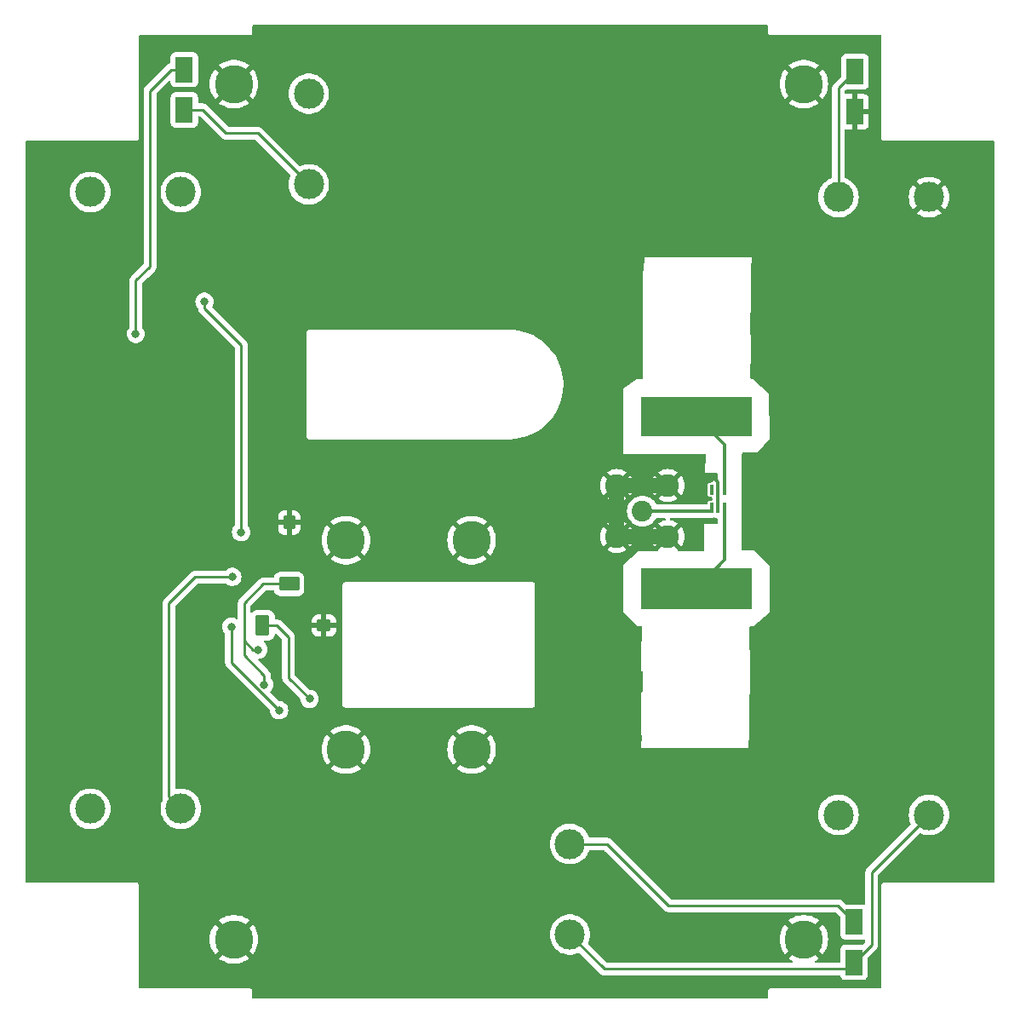
<source format=gtl>
%TF.GenerationSoftware,KiCad,Pcbnew,8.0.8*%
%TF.CreationDate,2025-03-18T15:11:00-07:00*%
%TF.ProjectId,ZPlus_Panel,5a506c75-735f-4506-916e-656c2e6b6963,v1b*%
%TF.SameCoordinates,Original*%
%TF.FileFunction,Copper,L1,Top*%
%TF.FilePolarity,Positive*%
%FSLAX46Y46*%
G04 Gerber Fmt 4.6, Leading zero omitted, Abs format (unit mm)*
G04 Created by KiCad (PCBNEW 8.0.8) date 2025-03-18 15:11:00*
%MOMM*%
%LPD*%
G01*
G04 APERTURE LIST*
G04 Aperture macros list*
%AMRoundRect*
0 Rectangle with rounded corners*
0 $1 Rounding radius*
0 $2 $3 $4 $5 $6 $7 $8 $9 X,Y pos of 4 corners*
0 Add a 4 corners polygon primitive as box body*
4,1,4,$2,$3,$4,$5,$6,$7,$8,$9,$2,$3,0*
0 Add four circle primitives for the rounded corners*
1,1,$1+$1,$2,$3*
1,1,$1+$1,$4,$5*
1,1,$1+$1,$6,$7*
1,1,$1+$1,$8,$9*
0 Add four rect primitives between the rounded corners*
20,1,$1+$1,$2,$3,$4,$5,0*
20,1,$1+$1,$4,$5,$6,$7,0*
20,1,$1+$1,$6,$7,$8,$9,0*
20,1,$1+$1,$8,$9,$2,$3,0*%
%AMFreePoly0*
4,1,5,2.000000,-5.500000,-2.000000,-5.500000,-2.000000,5.500000,2.000000,5.500000,2.000000,-5.500000,2.000000,-5.500000,$1*%
G04 Aperture macros list end*
%TA.AperFunction,ComponentPad*%
%ADD10C,3.000000*%
%TD*%
%TA.AperFunction,ComponentPad*%
%ADD11C,2.600000*%
%TD*%
%TA.AperFunction,ConnectorPad*%
%ADD12C,3.800000*%
%TD*%
%TA.AperFunction,SMDPad,CuDef*%
%ADD13RoundRect,0.175000X-0.825000X0.525000X-0.825000X-0.525000X0.825000X-0.525000X0.825000X0.525000X0*%
%TD*%
%TA.AperFunction,SMDPad,CuDef*%
%ADD14RoundRect,0.150000X-0.450000X0.550000X-0.450000X-0.550000X0.450000X-0.550000X0.450000X0.550000X0*%
%TD*%
%TA.AperFunction,SMDPad,CuDef*%
%ADD15R,1.700000X2.500000*%
%TD*%
%TA.AperFunction,WasherPad*%
%ADD16FreePoly0,90.000000*%
%TD*%
%TA.AperFunction,WasherPad*%
%ADD17R,11.000000X4.000000*%
%TD*%
%TA.AperFunction,SMDPad,CuDef*%
%ADD18R,3.000000X4.000000*%
%TD*%
%TA.AperFunction,SMDPad,CuDef*%
%ADD19RoundRect,0.175000X0.525000X0.825000X-0.525000X0.825000X-0.525000X-0.825000X0.525000X-0.825000X0*%
%TD*%
%TA.AperFunction,SMDPad,CuDef*%
%ADD20RoundRect,0.150000X0.550000X0.450000X-0.550000X0.450000X-0.550000X-0.450000X0.550000X-0.450000X0*%
%TD*%
%TA.AperFunction,SMDPad,CuDef*%
%ADD21R,0.350000X1.000000*%
%TD*%
%TA.AperFunction,ComponentPad*%
%ADD22C,2.050000*%
%TD*%
%TA.AperFunction,ComponentPad*%
%ADD23C,2.250000*%
%TD*%
%TA.AperFunction,ViaPad*%
%ADD24C,0.800000*%
%TD*%
%TA.AperFunction,Conductor*%
%ADD25C,0.342400*%
%TD*%
%TA.AperFunction,Conductor*%
%ADD26C,1.500000*%
%TD*%
%TA.AperFunction,Conductor*%
%ADD27C,0.250000*%
%TD*%
G04 APERTURE END LIST*
D10*
X140900000Y-56700000D03*
X149900000Y-56700000D03*
D11*
X155182000Y-45965600D03*
D12*
X155182000Y-45965600D03*
D10*
X188600000Y-121500000D03*
X188600000Y-130500000D03*
D11*
X166325000Y-112100000D03*
D12*
X166325000Y-112100000D03*
D11*
X178825000Y-112100000D03*
D12*
X178825000Y-112100000D03*
D13*
X160675000Y-95650000D03*
D14*
X160675000Y-89550000D03*
D11*
X178825000Y-91300000D03*
D12*
X178825000Y-91300000D03*
D11*
X211856000Y-45965600D03*
D12*
X211856000Y-45965600D03*
D15*
X150250000Y-44525000D03*
X150250000Y-48525000D03*
D10*
X162625000Y-55925000D03*
X162625000Y-46925000D03*
X215300000Y-57200000D03*
X224300000Y-57200000D03*
D16*
X201170000Y-96080000D03*
D17*
X201170000Y-79000000D03*
D18*
X204770000Y-96090000D03*
X204770000Y-78990000D03*
D10*
X149900000Y-118000000D03*
X140900000Y-118000000D03*
D11*
X211856000Y-130965600D03*
D12*
X211856000Y-130965600D03*
D19*
X158025000Y-99775000D03*
D20*
X164125000Y-99775000D03*
D10*
X224300000Y-118600000D03*
X215300000Y-118600000D03*
D15*
X216950000Y-44725000D03*
X216950000Y-48725000D03*
D11*
X155182000Y-130965600D03*
D12*
X155182000Y-130965600D03*
D21*
X202674000Y-88084000D03*
X203324000Y-88084000D03*
X203974000Y-88084000D03*
X203974000Y-86284000D03*
X203324000Y-86284000D03*
X202674000Y-86284000D03*
D11*
X166325000Y-91300000D03*
D12*
X166325000Y-91300000D03*
D15*
X216850000Y-129250000D03*
X216850000Y-133250000D03*
D22*
X195800000Y-88400000D03*
D23*
X193260000Y-90940000D03*
X198340000Y-90940000D03*
X193260000Y-85860000D03*
X198340000Y-85860000D03*
D24*
X193725000Y-107475000D03*
X206475000Y-87500000D03*
X201200000Y-91800000D03*
X193000000Y-79000000D03*
X201200000Y-87000000D03*
X193200000Y-68800000D03*
X193725000Y-99475000D03*
X230200000Y-86025000D03*
X192100000Y-105025000D03*
X201200000Y-85200000D03*
X207552000Y-109416000D03*
X207552000Y-111416000D03*
X195000000Y-100600000D03*
X207552000Y-69856000D03*
X192100000Y-103025000D03*
X195000000Y-104600000D03*
X194800000Y-70400000D03*
X207552000Y-67856000D03*
X192100000Y-107025000D03*
X207552000Y-107416000D03*
X193200000Y-70800000D03*
X201200000Y-90000000D03*
X207552000Y-103416000D03*
X193725000Y-111475000D03*
X191850000Y-67900000D03*
X194800000Y-66400000D03*
X193200000Y-64800000D03*
X192100000Y-111025000D03*
X207900000Y-85500000D03*
X194800000Y-64800000D03*
X195000000Y-110000000D03*
X206475000Y-85500000D03*
X207900000Y-91500000D03*
X192100000Y-101025000D03*
X191675000Y-81475000D03*
X194800000Y-63400000D03*
X193000000Y-81000000D03*
X193000000Y-97600000D03*
X191850000Y-75900000D03*
X191850000Y-69900000D03*
X193000000Y-83400000D03*
X193725000Y-109475000D03*
X192100000Y-99025000D03*
X191925000Y-97100000D03*
X199074000Y-83476000D03*
X207552000Y-73856000D03*
X195000000Y-102600000D03*
X178675000Y-42975000D03*
X206475000Y-83500000D03*
X181875000Y-130150000D03*
X193000000Y-93600000D03*
X207552000Y-105416000D03*
X194800000Y-72400000D03*
X207552000Y-71856000D03*
X188050000Y-50050000D03*
X136475000Y-123675000D03*
X193000000Y-75000000D03*
X206475000Y-89500000D03*
X195000000Y-111800000D03*
X193000000Y-73000000D03*
X191675000Y-83475000D03*
X191775000Y-77800000D03*
X206475000Y-91500000D03*
X193000000Y-95600000D03*
X193200000Y-66800000D03*
X191925000Y-95100000D03*
X191775000Y-79800000D03*
X195000000Y-106600000D03*
X207552000Y-101416000D03*
X193725000Y-105475000D03*
X155500000Y-125100000D03*
X197074000Y-83476000D03*
X193200000Y-63400000D03*
X192100000Y-109025000D03*
X191850000Y-71900000D03*
X206925000Y-135900000D03*
X193575000Y-132875000D03*
X207552000Y-63856000D03*
X191850000Y-73900000D03*
X195000000Y-108600000D03*
X207552000Y-65856000D03*
X193725000Y-101475000D03*
X193725000Y-103475000D03*
X207900000Y-87500000D03*
X207900000Y-83500000D03*
X207900000Y-89500000D03*
X187725000Y-126150000D03*
X194800000Y-68400000D03*
X191525000Y-93650000D03*
X195074000Y-83476000D03*
X201074000Y-83476000D03*
X193000000Y-77000000D03*
X194800000Y-74400000D03*
X145425000Y-70800000D03*
X155025000Y-94950000D03*
X155900000Y-90500000D03*
X152250000Y-67600000D03*
X157600000Y-102175000D03*
X158200000Y-105650000D03*
X162700000Y-107075000D03*
X159675000Y-108200000D03*
X154925000Y-99900000D03*
D25*
X201170000Y-96080000D02*
X203974000Y-93276000D01*
X203974000Y-93276000D02*
X203974000Y-88084000D01*
X203974000Y-81804000D02*
X201170000Y-79000000D01*
X203974000Y-86284000D02*
X203974000Y-81804000D01*
D26*
X193260000Y-90940000D02*
X198340000Y-90940000D01*
D25*
X216950000Y-48725000D02*
X216950000Y-49850000D01*
D26*
X193260000Y-85860000D02*
X193260000Y-90940000D01*
X198340000Y-85860000D02*
X193260000Y-85860000D01*
D25*
X203324000Y-86284000D02*
X203324000Y-85516600D01*
X203007400Y-85200000D02*
X201200000Y-85200000D01*
X203324000Y-85516600D02*
X203007400Y-85200000D01*
X203324000Y-86284000D02*
X203324000Y-88084000D01*
D27*
X146825000Y-46650000D02*
X148950000Y-44525000D01*
X146825000Y-64100000D02*
X146825000Y-46650000D01*
X145425000Y-70800000D02*
X145425000Y-65500000D01*
X145425000Y-65500000D02*
X146825000Y-64100000D01*
X148950000Y-44525000D02*
X150250000Y-44525000D01*
X151350000Y-94950000D02*
X148700000Y-97600000D01*
X155025000Y-94950000D02*
X151350000Y-94950000D01*
X148700000Y-116800000D02*
X149900000Y-118000000D01*
X148700000Y-97600000D02*
X148700000Y-116800000D01*
X155900000Y-71875000D02*
X155900000Y-90500000D01*
X152250000Y-67600000D02*
X152250000Y-68225000D01*
X152250000Y-68225000D02*
X155900000Y-71875000D01*
X215225000Y-127625000D02*
X198425000Y-127625000D01*
X216850000Y-129250000D02*
X215225000Y-127625000D01*
X192300000Y-121500000D02*
X188600000Y-121500000D01*
X198425000Y-127625000D02*
X192300000Y-121500000D01*
X218600000Y-124300000D02*
X224300000Y-118600000D01*
X216192000Y-133908000D02*
X192008000Y-133908000D01*
X216850000Y-133250000D02*
X216192000Y-133908000D01*
X192008000Y-133908000D02*
X188600000Y-130500000D01*
X218600000Y-131500000D02*
X218600000Y-124300000D01*
X216850000Y-133250000D02*
X218600000Y-131500000D01*
X216950000Y-44725000D02*
X215300000Y-46375000D01*
X215300000Y-46375000D02*
X215300000Y-57200000D01*
X157600000Y-102175000D02*
X157100000Y-102175000D01*
X158125000Y-95650000D02*
X156200000Y-97575000D01*
X157100000Y-102175000D02*
X156200000Y-101275000D01*
X158200000Y-104725000D02*
X156200000Y-102725000D01*
X156200000Y-97575000D02*
X156200000Y-101275000D01*
X158200000Y-105650000D02*
X158200000Y-104725000D01*
X160675000Y-95650000D02*
X158125000Y-95650000D01*
X156200000Y-102725000D02*
X156200000Y-101275000D01*
X162700000Y-107075000D02*
X160600000Y-104975000D01*
X159425000Y-99775000D02*
X158025000Y-99775000D01*
X160600000Y-104975000D02*
X160600000Y-100950000D01*
X160600000Y-100950000D02*
X159425000Y-99775000D01*
X154925000Y-99900000D02*
X154925000Y-103450000D01*
X154925000Y-103450000D02*
X159675000Y-108200000D01*
X150250000Y-48525000D02*
X152075000Y-48525000D01*
X154400000Y-50850000D02*
X157550000Y-50850000D01*
X157550000Y-50850000D02*
X162625000Y-55925000D01*
X152075000Y-48525000D02*
X154400000Y-50850000D01*
D25*
X202552000Y-88440000D02*
X195840000Y-88440000D01*
D27*
X195840000Y-88440000D02*
X195800000Y-88400000D01*
%TA.AperFunction,Conductor*%
G36*
X202935185Y-89046436D02*
G01*
X203039912Y-89085496D01*
X203039910Y-89085496D01*
X203100392Y-89091998D01*
X203100420Y-89092000D01*
X203192800Y-89092000D01*
X203252460Y-89111385D01*
X203289332Y-89162135D01*
X203294300Y-89193500D01*
X203294300Y-89572100D01*
X203274915Y-89631760D01*
X203224165Y-89668632D01*
X203192800Y-89673600D01*
X201982800Y-89673600D01*
X201982800Y-92264500D01*
X201963415Y-92324160D01*
X201912665Y-92361032D01*
X201881300Y-92366000D01*
X199406085Y-92366000D01*
X199346425Y-92346615D01*
X199309553Y-92295865D01*
X199305201Y-92264410D01*
X198736562Y-91695771D01*
X198742626Y-91693260D01*
X198881844Y-91600238D01*
X199000238Y-91481844D01*
X199093260Y-91342626D01*
X199095771Y-91336562D01*
X199663745Y-91904536D01*
X199663746Y-91904535D01*
X199665211Y-91902820D01*
X199799510Y-91683663D01*
X199799515Y-91683654D01*
X199897878Y-91446185D01*
X199957882Y-91196247D01*
X199978050Y-90940001D01*
X199978050Y-90939998D01*
X199957882Y-90683752D01*
X199897878Y-90433814D01*
X199799515Y-90196345D01*
X199799513Y-90196341D01*
X199665211Y-89977180D01*
X199663745Y-89975462D01*
X199095771Y-90543436D01*
X199093260Y-90537374D01*
X199000238Y-90398156D01*
X198881844Y-90279762D01*
X198742626Y-90186740D01*
X198736561Y-90184228D01*
X199304535Y-89616253D01*
X199302822Y-89614790D01*
X199083657Y-89480486D01*
X199083654Y-89480484D01*
X198846185Y-89382121D01*
X198596247Y-89322117D01*
X198592317Y-89321495D01*
X198592637Y-89319473D01*
X198541717Y-89298378D01*
X198508943Y-89244890D01*
X198513868Y-89182353D01*
X198554611Y-89134654D01*
X198607640Y-89119700D01*
X202618945Y-89119700D01*
X202750261Y-89093580D01*
X202860874Y-89047762D01*
X202923410Y-89042842D01*
X202935185Y-89046436D01*
G37*
%TD.AperFunction*%
%TA.AperFunction,Conductor*%
G36*
X203332615Y-86519032D02*
G01*
X203344274Y-86539850D01*
X203371655Y-86605956D01*
X203371656Y-86605957D01*
X203371657Y-86605959D01*
X203446042Y-86717284D01*
X203446045Y-86717287D01*
X203469271Y-86740513D01*
X203497750Y-86796406D01*
X203499000Y-86812284D01*
X203499000Y-87555716D01*
X203479615Y-87615376D01*
X203469271Y-87627487D01*
X203446045Y-87650712D01*
X203446038Y-87650721D01*
X203371656Y-87762042D01*
X203371655Y-87762043D01*
X203344274Y-87828149D01*
X203303534Y-87875850D01*
X203242537Y-87890494D01*
X203184581Y-87866488D01*
X203151804Y-87813002D01*
X203149000Y-87789307D01*
X203149000Y-86578692D01*
X203168385Y-86519032D01*
X203219135Y-86482160D01*
X203281865Y-86482160D01*
X203332615Y-86519032D01*
G37*
%TD.AperFunction*%
%TA.AperFunction,Conductor*%
G36*
X208241660Y-40126685D02*
G01*
X208278532Y-40177435D01*
X208283500Y-40208800D01*
X208283500Y-40846363D01*
X208303976Y-40922781D01*
X208303981Y-40922795D01*
X208336637Y-40979354D01*
X208343540Y-40991311D01*
X208343542Y-40991313D01*
X208343545Y-40991317D01*
X208399482Y-41047254D01*
X208399485Y-41047256D01*
X208399489Y-41047260D01*
X208427771Y-41063589D01*
X208468004Y-41086818D01*
X208468008Y-41086819D01*
X208468011Y-41086821D01*
X208468016Y-41086822D01*
X208468018Y-41086823D01*
X208544436Y-41107300D01*
X208544438Y-41107300D01*
X208623562Y-41107300D01*
X219456000Y-41107300D01*
X219515660Y-41126685D01*
X219552532Y-41177435D01*
X219557500Y-41208800D01*
X219557500Y-51361963D01*
X219577976Y-51438381D01*
X219577981Y-51438395D01*
X219610637Y-51494954D01*
X219617540Y-51506911D01*
X219617542Y-51506913D01*
X219617545Y-51506917D01*
X219673482Y-51562854D01*
X219673485Y-51562856D01*
X219673489Y-51562860D01*
X219701771Y-51579189D01*
X219742004Y-51602418D01*
X219742008Y-51602419D01*
X219742011Y-51602421D01*
X219742016Y-51602422D01*
X219742018Y-51602423D01*
X219818436Y-51622900D01*
X219818438Y-51622900D01*
X230729989Y-51622900D01*
X230789649Y-51642285D01*
X230826521Y-51693035D01*
X230831489Y-51724403D01*
X230830539Y-87025174D01*
X230829528Y-124604445D01*
X230829511Y-125218003D01*
X230810125Y-125277662D01*
X230759374Y-125314533D01*
X230728011Y-125319500D01*
X219816436Y-125319500D01*
X219740018Y-125339976D01*
X219740004Y-125339981D01*
X219671492Y-125379538D01*
X219671482Y-125379545D01*
X219615545Y-125435482D01*
X219615538Y-125435492D01*
X219575981Y-125504004D01*
X219575976Y-125504018D01*
X219555500Y-125580436D01*
X219555500Y-135733600D01*
X219536115Y-135793260D01*
X219485365Y-135830132D01*
X219454000Y-135835100D01*
X208542436Y-135835100D01*
X208466018Y-135855576D01*
X208466004Y-135855581D01*
X208397492Y-135895138D01*
X208397482Y-135895145D01*
X208341545Y-135951082D01*
X208341538Y-135951092D01*
X208301981Y-136019604D01*
X208301976Y-136019618D01*
X208281500Y-136096036D01*
X208281500Y-136733600D01*
X208262115Y-136793260D01*
X208211365Y-136830132D01*
X208180000Y-136835100D01*
X157112000Y-136835100D01*
X157052340Y-136815715D01*
X157015468Y-136764965D01*
X157010500Y-136733600D01*
X157010500Y-136096036D01*
X156990023Y-136019618D01*
X156990018Y-136019604D01*
X156966789Y-135979371D01*
X156950460Y-135951089D01*
X156950456Y-135951085D01*
X156950454Y-135951082D01*
X156894517Y-135895145D01*
X156894513Y-135895142D01*
X156894511Y-135895140D01*
X156882554Y-135888237D01*
X156825995Y-135855581D01*
X156825981Y-135855576D01*
X156749564Y-135835100D01*
X156749562Y-135835100D01*
X145838000Y-135835100D01*
X145778340Y-135815715D01*
X145741468Y-135764965D01*
X145736500Y-135733600D01*
X145736500Y-130965600D01*
X152769239Y-130965600D01*
X152788264Y-131268002D01*
X152788265Y-131268010D01*
X152845040Y-131565630D01*
X152845042Y-131565637D01*
X152938669Y-131853790D01*
X152938669Y-131853791D01*
X153067677Y-132127948D01*
X153067681Y-132127956D01*
X153230030Y-132383779D01*
X153309069Y-132479320D01*
X154243328Y-131545060D01*
X154342967Y-131682202D01*
X154465398Y-131804633D01*
X154602538Y-131904270D01*
X153666113Y-132840695D01*
X153889169Y-133002755D01*
X153889175Y-133002759D01*
X154154692Y-133148729D01*
X154436406Y-133260268D01*
X154436421Y-133260273D01*
X154729895Y-133335624D01*
X155030507Y-133373600D01*
X155333493Y-133373600D01*
X155634104Y-133335624D01*
X155927578Y-133260273D01*
X155927593Y-133260268D01*
X156209307Y-133148729D01*
X156474823Y-133002759D01*
X156697884Y-132840694D01*
X155761461Y-131904270D01*
X155898602Y-131804633D01*
X156021033Y-131682202D01*
X156120670Y-131545061D01*
X157054929Y-132479320D01*
X157054930Y-132479320D01*
X157133962Y-132383788D01*
X157133968Y-132383779D01*
X157296318Y-132127956D01*
X157296322Y-132127948D01*
X157425330Y-131853791D01*
X157425330Y-131853790D01*
X157518957Y-131565637D01*
X157518959Y-131565630D01*
X157575734Y-131268010D01*
X157575735Y-131268002D01*
X157594760Y-130965600D01*
X157575735Y-130663197D01*
X157575734Y-130663189D01*
X157518959Y-130365569D01*
X157518957Y-130365562D01*
X157425330Y-130077409D01*
X157425330Y-130077408D01*
X157296322Y-129803251D01*
X157296318Y-129803243D01*
X157133969Y-129547420D01*
X157054929Y-129451878D01*
X156120669Y-130386137D01*
X156021033Y-130248998D01*
X155898602Y-130126567D01*
X155761461Y-130026929D01*
X156697885Y-129090504D01*
X156697885Y-129090503D01*
X156474830Y-128928444D01*
X156474824Y-128928440D01*
X156209307Y-128782470D01*
X155927593Y-128670931D01*
X155927578Y-128670926D01*
X155634104Y-128595575D01*
X155333493Y-128557600D01*
X155030507Y-128557600D01*
X154729895Y-128595575D01*
X154436421Y-128670926D01*
X154436406Y-128670931D01*
X154154692Y-128782470D01*
X153889175Y-128928440D01*
X153889169Y-128928444D01*
X153666113Y-129090503D01*
X154602538Y-130026929D01*
X154465398Y-130126567D01*
X154342967Y-130248998D01*
X154243329Y-130386138D01*
X153309070Y-129451879D01*
X153309069Y-129451879D01*
X153230030Y-129547420D01*
X153067681Y-129803243D01*
X153067677Y-129803251D01*
X152938669Y-130077408D01*
X152938669Y-130077409D01*
X152845042Y-130365562D01*
X152845040Y-130365569D01*
X152788265Y-130663189D01*
X152788264Y-130663197D01*
X152769239Y-130965600D01*
X145736500Y-130965600D01*
X145736500Y-125580436D01*
X145716023Y-125504018D01*
X145716018Y-125504004D01*
X145692789Y-125463771D01*
X145676460Y-125435489D01*
X145676456Y-125435485D01*
X145676454Y-125435482D01*
X145620517Y-125379545D01*
X145620513Y-125379542D01*
X145620511Y-125379540D01*
X145608554Y-125372637D01*
X145551995Y-125339981D01*
X145551981Y-125339976D01*
X145475564Y-125319500D01*
X145475562Y-125319500D01*
X134564011Y-125319500D01*
X134504351Y-125300115D01*
X134467479Y-125249365D01*
X134462511Y-125217997D01*
X134462611Y-121499995D01*
X186586807Y-121499995D01*
X186586807Y-121500004D01*
X186605556Y-121774121D01*
X186605557Y-121774123D01*
X186661461Y-122043153D01*
X186753478Y-122302061D01*
X186753480Y-122302065D01*
X186866766Y-122520698D01*
X186879889Y-122546023D01*
X187038343Y-122770502D01*
X187225889Y-122971314D01*
X187225894Y-122971318D01*
X187225897Y-122971321D01*
X187397585Y-123110999D01*
X187439031Y-123144718D01*
X187673800Y-123287484D01*
X187673804Y-123287486D01*
X187673808Y-123287488D01*
X187753701Y-123322190D01*
X187925823Y-123396953D01*
X187925830Y-123396955D01*
X187925835Y-123396957D01*
X188190392Y-123471082D01*
X188190394Y-123471082D01*
X188190404Y-123471085D01*
X188462615Y-123508500D01*
X188462619Y-123508500D01*
X188737381Y-123508500D01*
X188737385Y-123508500D01*
X189009596Y-123471085D01*
X189009607Y-123471082D01*
X189274164Y-123396957D01*
X189274166Y-123396955D01*
X189274177Y-123396953D01*
X189526200Y-123287484D01*
X189760969Y-123144718D01*
X189974111Y-122971314D01*
X190161657Y-122770502D01*
X190320111Y-122546023D01*
X190446523Y-122302058D01*
X190482436Y-122201010D01*
X190520680Y-122151286D01*
X190578075Y-122133500D01*
X191995554Y-122133500D01*
X192055214Y-122152885D01*
X192067325Y-122163229D01*
X198021167Y-128117071D01*
X198124925Y-128186400D01*
X198124930Y-128186402D01*
X198240207Y-128234152D01*
X198240210Y-128234153D01*
X198240215Y-128234155D01*
X198362606Y-128258500D01*
X198487394Y-128258500D01*
X214920554Y-128258500D01*
X214980214Y-128277885D01*
X214992325Y-128288229D01*
X215461771Y-128757675D01*
X215490250Y-128813568D01*
X215491500Y-128829446D01*
X215491500Y-130548638D01*
X215498011Y-130609201D01*
X215549111Y-130746204D01*
X215636739Y-130863261D01*
X215753796Y-130950889D01*
X215890799Y-131001989D01*
X215951362Y-131008500D01*
X215951372Y-131008500D01*
X217748628Y-131008500D01*
X217748638Y-131008500D01*
X217809201Y-131001989D01*
X217829529Y-130994407D01*
X217892202Y-130991720D01*
X217944484Y-131026384D01*
X217966407Y-131085159D01*
X217966500Y-131089507D01*
X217966500Y-131195553D01*
X217947115Y-131255213D01*
X217936771Y-131267324D01*
X217742324Y-131461771D01*
X217686431Y-131490250D01*
X217670553Y-131491500D01*
X215951361Y-131491500D01*
X215890799Y-131498011D01*
X215890795Y-131498012D01*
X215753798Y-131549110D01*
X215753797Y-131549110D01*
X215753796Y-131549111D01*
X215731720Y-131565637D01*
X215636739Y-131636739D01*
X215549110Y-131753798D01*
X215498012Y-131890795D01*
X215498011Y-131890799D01*
X215491500Y-131951361D01*
X215491500Y-133173000D01*
X215472115Y-133232660D01*
X215421365Y-133269532D01*
X215390000Y-133274500D01*
X213049847Y-133274500D01*
X212990187Y-133255115D01*
X212953315Y-133204365D01*
X212953315Y-133141635D01*
X212990187Y-133090885D01*
X213000949Y-133084055D01*
X213148823Y-133002759D01*
X213371884Y-132840694D01*
X212435461Y-131904270D01*
X212572602Y-131804633D01*
X212695033Y-131682202D01*
X212794670Y-131545061D01*
X213728929Y-132479320D01*
X213728930Y-132479320D01*
X213807962Y-132383788D01*
X213807968Y-132383779D01*
X213970318Y-132127956D01*
X213970322Y-132127948D01*
X214099330Y-131853791D01*
X214099330Y-131853790D01*
X214192957Y-131565637D01*
X214192959Y-131565630D01*
X214249734Y-131268010D01*
X214249735Y-131268002D01*
X214268760Y-130965600D01*
X214249735Y-130663197D01*
X214249734Y-130663189D01*
X214192959Y-130365569D01*
X214192957Y-130365562D01*
X214099330Y-130077409D01*
X214099330Y-130077408D01*
X213970322Y-129803251D01*
X213970318Y-129803243D01*
X213807969Y-129547420D01*
X213728929Y-129451878D01*
X212794669Y-130386137D01*
X212695033Y-130248998D01*
X212572602Y-130126567D01*
X212435461Y-130026929D01*
X213371885Y-129090504D01*
X213371885Y-129090503D01*
X213148830Y-128928444D01*
X213148824Y-128928440D01*
X212883307Y-128782470D01*
X212601593Y-128670931D01*
X212601578Y-128670926D01*
X212308104Y-128595575D01*
X212007493Y-128557600D01*
X211704507Y-128557600D01*
X211403895Y-128595575D01*
X211110421Y-128670926D01*
X211110406Y-128670931D01*
X210828692Y-128782470D01*
X210563175Y-128928440D01*
X210563169Y-128928444D01*
X210340113Y-129090503D01*
X211276538Y-130026929D01*
X211139398Y-130126567D01*
X211016967Y-130248998D01*
X210917329Y-130386138D01*
X209983070Y-129451879D01*
X209983069Y-129451879D01*
X209904030Y-129547420D01*
X209741681Y-129803243D01*
X209741677Y-129803251D01*
X209612669Y-130077408D01*
X209612669Y-130077409D01*
X209519042Y-130365562D01*
X209519040Y-130365569D01*
X209462265Y-130663189D01*
X209462264Y-130663197D01*
X209443239Y-130965600D01*
X209462264Y-131268002D01*
X209462265Y-131268010D01*
X209519040Y-131565630D01*
X209519042Y-131565637D01*
X209612669Y-131853790D01*
X209612669Y-131853791D01*
X209741677Y-132127948D01*
X209741681Y-132127956D01*
X209904030Y-132383779D01*
X209983069Y-132479320D01*
X210917328Y-131545060D01*
X211016967Y-131682202D01*
X211139398Y-131804633D01*
X211276538Y-131904270D01*
X210340113Y-132840695D01*
X210563169Y-133002755D01*
X210563175Y-133002759D01*
X210711051Y-133084055D01*
X210753993Y-133129784D01*
X210761855Y-133192019D01*
X210731634Y-133246991D01*
X210674874Y-133273700D01*
X210662153Y-133274500D01*
X192312446Y-133274500D01*
X192252786Y-133255115D01*
X192240675Y-133244771D01*
X190448338Y-131452434D01*
X190419859Y-131396541D01*
X190429672Y-131334583D01*
X190429919Y-131334101D01*
X190446523Y-131302058D01*
X190538538Y-131043153D01*
X190594442Y-130774130D01*
X190596353Y-130746204D01*
X190613193Y-130500004D01*
X190613193Y-130499995D01*
X190594443Y-130225878D01*
X190594442Y-130225876D01*
X190594442Y-130225870D01*
X190538538Y-129956847D01*
X190534750Y-129946190D01*
X190483947Y-129803243D01*
X190446523Y-129697942D01*
X190320111Y-129453977D01*
X190161657Y-129229498D01*
X189974111Y-129028686D01*
X189974105Y-129028681D01*
X189974102Y-129028678D01*
X189760974Y-128855286D01*
X189760973Y-128855285D01*
X189760969Y-128855282D01*
X189526200Y-128712516D01*
X189526197Y-128712514D01*
X189526191Y-128712511D01*
X189360237Y-128640428D01*
X189274177Y-128603047D01*
X189274173Y-128603045D01*
X189274164Y-128603042D01*
X189009607Y-128528917D01*
X189009599Y-128528915D01*
X189009596Y-128528915D01*
X188797202Y-128499721D01*
X188737386Y-128491500D01*
X188737385Y-128491500D01*
X188462615Y-128491500D01*
X188462613Y-128491500D01*
X188364531Y-128504981D01*
X188190404Y-128528915D01*
X188190400Y-128528915D01*
X188190393Y-128528917D01*
X188190392Y-128528917D01*
X187925835Y-128603042D01*
X187925821Y-128603048D01*
X187673808Y-128712511D01*
X187673800Y-128712516D01*
X187439031Y-128855282D01*
X187439029Y-128855283D01*
X187439025Y-128855286D01*
X187225897Y-129028678D01*
X187225888Y-129028687D01*
X187038343Y-129229497D01*
X187038341Y-129229501D01*
X186879887Y-129453980D01*
X186753480Y-129697934D01*
X186753478Y-129697938D01*
X186661461Y-129956846D01*
X186605557Y-130225876D01*
X186605556Y-130225878D01*
X186586807Y-130499995D01*
X186586807Y-130500004D01*
X186605556Y-130774121D01*
X186605557Y-130774123D01*
X186661461Y-131043153D01*
X186753478Y-131302061D01*
X186753480Y-131302065D01*
X186855011Y-131498011D01*
X186879889Y-131546023D01*
X187038343Y-131770502D01*
X187225889Y-131971314D01*
X187225894Y-131971318D01*
X187225897Y-131971321D01*
X187308489Y-132038514D01*
X187439031Y-132144718D01*
X187673800Y-132287484D01*
X187673804Y-132287486D01*
X187673808Y-132287488D01*
X187747506Y-132319499D01*
X187925823Y-132396953D01*
X187925830Y-132396955D01*
X187925835Y-132396957D01*
X188190392Y-132471082D01*
X188190394Y-132471082D01*
X188190404Y-132471085D01*
X188462615Y-132508500D01*
X188462619Y-132508500D01*
X188737381Y-132508500D01*
X188737385Y-132508500D01*
X189009596Y-132471085D01*
X189274177Y-132396953D01*
X189438705Y-132325487D01*
X189501144Y-132319499D01*
X189550910Y-132346814D01*
X191604167Y-134400071D01*
X191707925Y-134469400D01*
X191707930Y-134469402D01*
X191823207Y-134517152D01*
X191823210Y-134517153D01*
X191823215Y-134517155D01*
X191945606Y-134541500D01*
X192070394Y-134541500D01*
X215402287Y-134541500D01*
X215461947Y-134560885D01*
X215497387Y-134607529D01*
X215498011Y-134609201D01*
X215549111Y-134746204D01*
X215636739Y-134863261D01*
X215753796Y-134950889D01*
X215890799Y-135001989D01*
X215951362Y-135008500D01*
X215951372Y-135008500D01*
X217748628Y-135008500D01*
X217748638Y-135008500D01*
X217809201Y-135001989D01*
X217946204Y-134950889D01*
X218063261Y-134863261D01*
X218150889Y-134746204D01*
X218201989Y-134609201D01*
X218208500Y-134548638D01*
X218208500Y-132829446D01*
X218227885Y-132769786D01*
X218238229Y-132757675D01*
X218649090Y-132346814D01*
X219092072Y-131903833D01*
X219161401Y-131800075D01*
X219209155Y-131684784D01*
X219233500Y-131562394D01*
X219233500Y-131437606D01*
X219233500Y-124604445D01*
X219252885Y-124544785D01*
X219263223Y-124532680D01*
X223349090Y-120446812D01*
X223404981Y-120418335D01*
X223461294Y-120425487D01*
X223625823Y-120496953D01*
X223625828Y-120496955D01*
X223890392Y-120571082D01*
X223890394Y-120571082D01*
X223890404Y-120571085D01*
X224162615Y-120608500D01*
X224162619Y-120608500D01*
X224437381Y-120608500D01*
X224437385Y-120608500D01*
X224709596Y-120571085D01*
X224709607Y-120571082D01*
X224974164Y-120496957D01*
X224974166Y-120496955D01*
X224974177Y-120496953D01*
X225226200Y-120387484D01*
X225460969Y-120244718D01*
X225674111Y-120071314D01*
X225861657Y-119870502D01*
X226020111Y-119646023D01*
X226146523Y-119402058D01*
X226238538Y-119143153D01*
X226294442Y-118874130D01*
X226299372Y-118802065D01*
X226313193Y-118600004D01*
X226313193Y-118599995D01*
X226294443Y-118325878D01*
X226294442Y-118325876D01*
X226294442Y-118325870D01*
X226238538Y-118056847D01*
X226146523Y-117797942D01*
X226020111Y-117553977D01*
X225861657Y-117329498D01*
X225674111Y-117128686D01*
X225674105Y-117128681D01*
X225674102Y-117128678D01*
X225460974Y-116955286D01*
X225460973Y-116955285D01*
X225460969Y-116955282D01*
X225226200Y-116812516D01*
X225226197Y-116812514D01*
X225226191Y-116812511D01*
X225035071Y-116729497D01*
X224974177Y-116703047D01*
X224974173Y-116703045D01*
X224974164Y-116703042D01*
X224709607Y-116628917D01*
X224709599Y-116628915D01*
X224709596Y-116628915D01*
X224497202Y-116599721D01*
X224437386Y-116591500D01*
X224437385Y-116591500D01*
X224162615Y-116591500D01*
X224162613Y-116591500D01*
X224064531Y-116604981D01*
X223890404Y-116628915D01*
X223890400Y-116628915D01*
X223890393Y-116628917D01*
X223890392Y-116628917D01*
X223625835Y-116703042D01*
X223625821Y-116703048D01*
X223373808Y-116812511D01*
X223373800Y-116812516D01*
X223139031Y-116955282D01*
X223139029Y-116955283D01*
X223139025Y-116955286D01*
X222925897Y-117128678D01*
X222925888Y-117128687D01*
X222738343Y-117329497D01*
X222738341Y-117329501D01*
X222579887Y-117553980D01*
X222453480Y-117797934D01*
X222453478Y-117797938D01*
X222361461Y-118056846D01*
X222305557Y-118325876D01*
X222305556Y-118325878D01*
X222286807Y-118599995D01*
X222286807Y-118600004D01*
X222305556Y-118874121D01*
X222305557Y-118874123D01*
X222361461Y-119143153D01*
X222453478Y-119402061D01*
X222453480Y-119402066D01*
X222470010Y-119433968D01*
X222480245Y-119495858D01*
X222452148Y-119551944D01*
X222451660Y-119552434D01*
X218196167Y-123807929D01*
X218107932Y-123896163D01*
X218107925Y-123896172D01*
X218038602Y-123999921D01*
X218038597Y-123999930D01*
X217990847Y-124115207D01*
X217990845Y-124115213D01*
X217966500Y-124237605D01*
X217966500Y-127410492D01*
X217947115Y-127470152D01*
X217896365Y-127507024D01*
X217833635Y-127507024D01*
X217829532Y-127505593D01*
X217809206Y-127498012D01*
X217809201Y-127498011D01*
X217748638Y-127491500D01*
X216029446Y-127491500D01*
X215969786Y-127472115D01*
X215957675Y-127461771D01*
X215628836Y-127132932D01*
X215628833Y-127132929D01*
X215525075Y-127063600D01*
X215525072Y-127063599D01*
X215525069Y-127063597D01*
X215409792Y-127015847D01*
X215409786Y-127015845D01*
X215287394Y-126991500D01*
X198729446Y-126991500D01*
X198669786Y-126972115D01*
X198657675Y-126961771D01*
X192703836Y-121007932D01*
X192703833Y-121007929D01*
X192600075Y-120938600D01*
X192600072Y-120938599D01*
X192600069Y-120938597D01*
X192484792Y-120890847D01*
X192484786Y-120890845D01*
X192362394Y-120866500D01*
X190578075Y-120866500D01*
X190518415Y-120847115D01*
X190482436Y-120798990D01*
X190446525Y-120697947D01*
X190446520Y-120697935D01*
X190342378Y-120496951D01*
X190320111Y-120453977D01*
X190161657Y-120229498D01*
X189974111Y-120028686D01*
X189974105Y-120028681D01*
X189974102Y-120028678D01*
X189760974Y-119855286D01*
X189760973Y-119855285D01*
X189760969Y-119855282D01*
X189526200Y-119712516D01*
X189526197Y-119712514D01*
X189526191Y-119712511D01*
X189360237Y-119640428D01*
X189274177Y-119603047D01*
X189274173Y-119603045D01*
X189274164Y-119603042D01*
X189009607Y-119528917D01*
X189009599Y-119528915D01*
X189009596Y-119528915D01*
X188797202Y-119499721D01*
X188737386Y-119491500D01*
X188737385Y-119491500D01*
X188462615Y-119491500D01*
X188462613Y-119491500D01*
X188401399Y-119499914D01*
X188190404Y-119528915D01*
X188190400Y-119528915D01*
X188190393Y-119528917D01*
X188190392Y-119528917D01*
X187925835Y-119603042D01*
X187925821Y-119603048D01*
X187673808Y-119712511D01*
X187673800Y-119712516D01*
X187439031Y-119855282D01*
X187439029Y-119855283D01*
X187439025Y-119855286D01*
X187225897Y-120028678D01*
X187225888Y-120028687D01*
X187038343Y-120229497D01*
X187038341Y-120229501D01*
X186879887Y-120453980D01*
X186753480Y-120697934D01*
X186753478Y-120697938D01*
X186661461Y-120956846D01*
X186605557Y-121225876D01*
X186605556Y-121225878D01*
X186586807Y-121499995D01*
X134462611Y-121499995D01*
X134462705Y-117999995D01*
X138886807Y-117999995D01*
X138886807Y-118000004D01*
X138905556Y-118274121D01*
X138905557Y-118274123D01*
X138905557Y-118274126D01*
X138905558Y-118274130D01*
X138923029Y-118358205D01*
X138961461Y-118543153D01*
X139053478Y-118802061D01*
X139053480Y-118802065D01*
X139166766Y-119020698D01*
X139179889Y-119046023D01*
X139338343Y-119270502D01*
X139525889Y-119471314D01*
X139525894Y-119471318D01*
X139525897Y-119471321D01*
X139625599Y-119552434D01*
X139739031Y-119644718D01*
X139973800Y-119787484D01*
X139973804Y-119787486D01*
X139973808Y-119787488D01*
X140053701Y-119822190D01*
X140225823Y-119896953D01*
X140225830Y-119896955D01*
X140225835Y-119896957D01*
X140490392Y-119971082D01*
X140490394Y-119971082D01*
X140490404Y-119971085D01*
X140762615Y-120008500D01*
X140762619Y-120008500D01*
X141037381Y-120008500D01*
X141037385Y-120008500D01*
X141309596Y-119971085D01*
X141309607Y-119971082D01*
X141574164Y-119896957D01*
X141574166Y-119896955D01*
X141574177Y-119896953D01*
X141826200Y-119787484D01*
X142060969Y-119644718D01*
X142274111Y-119471314D01*
X142461657Y-119270502D01*
X142620111Y-119046023D01*
X142746523Y-118802058D01*
X142838538Y-118543153D01*
X142894442Y-118274130D01*
X142913193Y-118000000D01*
X142913193Y-117999995D01*
X147886807Y-117999995D01*
X147886807Y-118000004D01*
X147905556Y-118274121D01*
X147905557Y-118274123D01*
X147905557Y-118274126D01*
X147905558Y-118274130D01*
X147923029Y-118358205D01*
X147961461Y-118543153D01*
X148053478Y-118802061D01*
X148053480Y-118802065D01*
X148166766Y-119020698D01*
X148179889Y-119046023D01*
X148338343Y-119270502D01*
X148525889Y-119471314D01*
X148525894Y-119471318D01*
X148525897Y-119471321D01*
X148625599Y-119552434D01*
X148739031Y-119644718D01*
X148973800Y-119787484D01*
X148973804Y-119787486D01*
X148973808Y-119787488D01*
X149053701Y-119822190D01*
X149225823Y-119896953D01*
X149225830Y-119896955D01*
X149225835Y-119896957D01*
X149490392Y-119971082D01*
X149490394Y-119971082D01*
X149490404Y-119971085D01*
X149762615Y-120008500D01*
X149762619Y-120008500D01*
X150037381Y-120008500D01*
X150037385Y-120008500D01*
X150309596Y-119971085D01*
X150309607Y-119971082D01*
X150574164Y-119896957D01*
X150574166Y-119896955D01*
X150574177Y-119896953D01*
X150826200Y-119787484D01*
X151060969Y-119644718D01*
X151274111Y-119471314D01*
X151461657Y-119270502D01*
X151620111Y-119046023D01*
X151746523Y-118802058D01*
X151818336Y-118599995D01*
X213286807Y-118599995D01*
X213286807Y-118600004D01*
X213305556Y-118874121D01*
X213305557Y-118874123D01*
X213361461Y-119143153D01*
X213453478Y-119402061D01*
X213453480Y-119402065D01*
X213519210Y-119528917D01*
X213579889Y-119646023D01*
X213738343Y-119870502D01*
X213925889Y-120071314D01*
X213925894Y-120071318D01*
X213925897Y-120071321D01*
X214097585Y-120210999D01*
X214139031Y-120244718D01*
X214373800Y-120387484D01*
X214373804Y-120387486D01*
X214373808Y-120387488D01*
X214444826Y-120418335D01*
X214625823Y-120496953D01*
X214625830Y-120496955D01*
X214625835Y-120496957D01*
X214890392Y-120571082D01*
X214890394Y-120571082D01*
X214890404Y-120571085D01*
X215162615Y-120608500D01*
X215162619Y-120608500D01*
X215437381Y-120608500D01*
X215437385Y-120608500D01*
X215709596Y-120571085D01*
X215709607Y-120571082D01*
X215974164Y-120496957D01*
X215974166Y-120496955D01*
X215974177Y-120496953D01*
X216226200Y-120387484D01*
X216460969Y-120244718D01*
X216674111Y-120071314D01*
X216861657Y-119870502D01*
X217020111Y-119646023D01*
X217146523Y-119402058D01*
X217238538Y-119143153D01*
X217294442Y-118874130D01*
X217299372Y-118802065D01*
X217313193Y-118600004D01*
X217313193Y-118599995D01*
X217294443Y-118325878D01*
X217294442Y-118325876D01*
X217294442Y-118325870D01*
X217238538Y-118056847D01*
X217146523Y-117797942D01*
X217020111Y-117553977D01*
X216861657Y-117329498D01*
X216674111Y-117128686D01*
X216674105Y-117128681D01*
X216674102Y-117128678D01*
X216460974Y-116955286D01*
X216460973Y-116955285D01*
X216460969Y-116955282D01*
X216226200Y-116812516D01*
X216226197Y-116812514D01*
X216226191Y-116812511D01*
X216035071Y-116729497D01*
X215974177Y-116703047D01*
X215974173Y-116703045D01*
X215974164Y-116703042D01*
X215709607Y-116628917D01*
X215709599Y-116628915D01*
X215709596Y-116628915D01*
X215497202Y-116599721D01*
X215437386Y-116591500D01*
X215437385Y-116591500D01*
X215162615Y-116591500D01*
X215162613Y-116591500D01*
X215064531Y-116604981D01*
X214890404Y-116628915D01*
X214890400Y-116628915D01*
X214890393Y-116628917D01*
X214890392Y-116628917D01*
X214625835Y-116703042D01*
X214625821Y-116703048D01*
X214373808Y-116812511D01*
X214373800Y-116812516D01*
X214139031Y-116955282D01*
X214139029Y-116955283D01*
X214139025Y-116955286D01*
X213925897Y-117128678D01*
X213925888Y-117128687D01*
X213738343Y-117329497D01*
X213738341Y-117329501D01*
X213579887Y-117553980D01*
X213453480Y-117797934D01*
X213453478Y-117797938D01*
X213361461Y-118056846D01*
X213305557Y-118325876D01*
X213305556Y-118325878D01*
X213286807Y-118599995D01*
X151818336Y-118599995D01*
X151838538Y-118543153D01*
X151894442Y-118274130D01*
X151913193Y-118000000D01*
X151899372Y-117797938D01*
X151894443Y-117725878D01*
X151894442Y-117725876D01*
X151894442Y-117725870D01*
X151838538Y-117456847D01*
X151746523Y-117197942D01*
X151620111Y-116953977D01*
X151461657Y-116729498D01*
X151274111Y-116528686D01*
X151274105Y-116528681D01*
X151274102Y-116528678D01*
X151060974Y-116355286D01*
X151060973Y-116355285D01*
X151060969Y-116355282D01*
X150826200Y-116212516D01*
X150826197Y-116212514D01*
X150826191Y-116212511D01*
X150660237Y-116140428D01*
X150574177Y-116103047D01*
X150574173Y-116103045D01*
X150574164Y-116103042D01*
X150309607Y-116028917D01*
X150309599Y-116028915D01*
X150309596Y-116028915D01*
X150064843Y-115995274D01*
X150037386Y-115991500D01*
X150037385Y-115991500D01*
X149762615Y-115991500D01*
X149762613Y-115991500D01*
X149642979Y-116007943D01*
X149490404Y-116028915D01*
X149490401Y-116028915D01*
X149490392Y-116028917D01*
X149462383Y-116036765D01*
X149399706Y-116034195D01*
X149350509Y-115995274D01*
X149333500Y-115939029D01*
X149333500Y-112100000D01*
X163912239Y-112100000D01*
X163931264Y-112402402D01*
X163931265Y-112402410D01*
X163988040Y-112700030D01*
X163988042Y-112700037D01*
X164081669Y-112988190D01*
X164081669Y-112988191D01*
X164210677Y-113262348D01*
X164210681Y-113262356D01*
X164373030Y-113518179D01*
X164452069Y-113613720D01*
X165386328Y-112679460D01*
X165485967Y-112816602D01*
X165608398Y-112939033D01*
X165745538Y-113038670D01*
X164809113Y-113975095D01*
X165032169Y-114137155D01*
X165032175Y-114137159D01*
X165297692Y-114283129D01*
X165579406Y-114394668D01*
X165579421Y-114394673D01*
X165872895Y-114470024D01*
X166173507Y-114508000D01*
X166476493Y-114508000D01*
X166777104Y-114470024D01*
X167070578Y-114394673D01*
X167070593Y-114394668D01*
X167352307Y-114283129D01*
X167617823Y-114137159D01*
X167840884Y-113975094D01*
X166904461Y-113038670D01*
X167041602Y-112939033D01*
X167164033Y-112816602D01*
X167263670Y-112679461D01*
X168197929Y-113613720D01*
X168197930Y-113613720D01*
X168276962Y-113518188D01*
X168276968Y-113518179D01*
X168439318Y-113262356D01*
X168439322Y-113262348D01*
X168568330Y-112988191D01*
X168568330Y-112988190D01*
X168661957Y-112700037D01*
X168661959Y-112700030D01*
X168718734Y-112402410D01*
X168718735Y-112402402D01*
X168737760Y-112100000D01*
X176412239Y-112100000D01*
X176431264Y-112402402D01*
X176431265Y-112402410D01*
X176488040Y-112700030D01*
X176488042Y-112700037D01*
X176581669Y-112988190D01*
X176581669Y-112988191D01*
X176710677Y-113262348D01*
X176710681Y-113262356D01*
X176873030Y-113518179D01*
X176952069Y-113613720D01*
X177886328Y-112679460D01*
X177985967Y-112816602D01*
X178108398Y-112939033D01*
X178245538Y-113038670D01*
X177309113Y-113975095D01*
X177532169Y-114137155D01*
X177532175Y-114137159D01*
X177797692Y-114283129D01*
X178079406Y-114394668D01*
X178079421Y-114394673D01*
X178372895Y-114470024D01*
X178673507Y-114508000D01*
X178976493Y-114508000D01*
X179277104Y-114470024D01*
X179570578Y-114394673D01*
X179570593Y-114394668D01*
X179852307Y-114283129D01*
X180117823Y-114137159D01*
X180340884Y-113975094D01*
X179404461Y-113038670D01*
X179541602Y-112939033D01*
X179664033Y-112816602D01*
X179763670Y-112679461D01*
X180697929Y-113613720D01*
X180697930Y-113613720D01*
X180776962Y-113518188D01*
X180776968Y-113518179D01*
X180939318Y-113262356D01*
X180939322Y-113262348D01*
X181068330Y-112988191D01*
X181068330Y-112988190D01*
X181161957Y-112700037D01*
X181161959Y-112700030D01*
X181218734Y-112402410D01*
X181218735Y-112402402D01*
X181237760Y-112100000D01*
X181218735Y-111797597D01*
X181218734Y-111797589D01*
X181161959Y-111499969D01*
X181161957Y-111499962D01*
X181068330Y-111211809D01*
X181068330Y-111211808D01*
X180939322Y-110937651D01*
X180939318Y-110937643D01*
X180776969Y-110681820D01*
X180697929Y-110586278D01*
X179763669Y-111520537D01*
X179664033Y-111383398D01*
X179541602Y-111260967D01*
X179404461Y-111161329D01*
X180340885Y-110224904D01*
X180340885Y-110224903D01*
X180117830Y-110062844D01*
X180117824Y-110062840D01*
X179852307Y-109916870D01*
X179570593Y-109805331D01*
X179570578Y-109805326D01*
X179277104Y-109729975D01*
X178976493Y-109692000D01*
X178673507Y-109692000D01*
X178372895Y-109729975D01*
X178079421Y-109805326D01*
X178079406Y-109805331D01*
X177797692Y-109916870D01*
X177532175Y-110062840D01*
X177532169Y-110062844D01*
X177309113Y-110224903D01*
X178245538Y-111161329D01*
X178108398Y-111260967D01*
X177985967Y-111383398D01*
X177886329Y-111520538D01*
X176952070Y-110586279D01*
X176952069Y-110586279D01*
X176873030Y-110681820D01*
X176710681Y-110937643D01*
X176710677Y-110937651D01*
X176581669Y-111211808D01*
X176581669Y-111211809D01*
X176488042Y-111499962D01*
X176488040Y-111499969D01*
X176431265Y-111797589D01*
X176431264Y-111797597D01*
X176412239Y-112100000D01*
X168737760Y-112100000D01*
X168718735Y-111797597D01*
X168718734Y-111797589D01*
X168661959Y-111499969D01*
X168661957Y-111499962D01*
X168568330Y-111211809D01*
X168568330Y-111211808D01*
X168439322Y-110937651D01*
X168439318Y-110937643D01*
X168276969Y-110681820D01*
X168197929Y-110586278D01*
X167263669Y-111520537D01*
X167164033Y-111383398D01*
X167041602Y-111260967D01*
X166904461Y-111161329D01*
X167840885Y-110224904D01*
X167840885Y-110224903D01*
X167617830Y-110062844D01*
X167617824Y-110062840D01*
X167352307Y-109916870D01*
X167070593Y-109805331D01*
X167070578Y-109805326D01*
X166777104Y-109729975D01*
X166476493Y-109692000D01*
X166173507Y-109692000D01*
X165872895Y-109729975D01*
X165579421Y-109805326D01*
X165579406Y-109805331D01*
X165297692Y-109916870D01*
X165032175Y-110062840D01*
X165032169Y-110062844D01*
X164809113Y-110224903D01*
X165745538Y-111161329D01*
X165608398Y-111260967D01*
X165485967Y-111383398D01*
X165386329Y-111520538D01*
X164452070Y-110586279D01*
X164452069Y-110586279D01*
X164373030Y-110681820D01*
X164210681Y-110937643D01*
X164210677Y-110937651D01*
X164081669Y-111211808D01*
X164081669Y-111211809D01*
X163988042Y-111499962D01*
X163988040Y-111499969D01*
X163931265Y-111797589D01*
X163931264Y-111797597D01*
X163912239Y-112100000D01*
X149333500Y-112100000D01*
X149333500Y-99899999D01*
X154011496Y-99899999D01*
X154011496Y-99900000D01*
X154031457Y-100089925D01*
X154031458Y-100089928D01*
X154090473Y-100271556D01*
X154123496Y-100328753D01*
X154185961Y-100436946D01*
X154265429Y-100525203D01*
X154290944Y-100582510D01*
X154291500Y-100593120D01*
X154291500Y-103512394D01*
X154315845Y-103634786D01*
X154315847Y-103634792D01*
X154363597Y-103750069D01*
X154363599Y-103750072D01*
X154363600Y-103750075D01*
X154432929Y-103853833D01*
X154432932Y-103853836D01*
X158734012Y-108154916D01*
X158762491Y-108210809D01*
X158763185Y-108216077D01*
X158781457Y-108389925D01*
X158781458Y-108389928D01*
X158840473Y-108571556D01*
X158924679Y-108717405D01*
X158935961Y-108736946D01*
X159063743Y-108878862D01*
X159063747Y-108878866D01*
X159218248Y-108991118D01*
X159392712Y-109068794D01*
X159532812Y-109098573D01*
X159579512Y-109108500D01*
X159579513Y-109108500D01*
X159770487Y-109108500D01*
X159957288Y-109068794D01*
X160131752Y-108991118D01*
X160286253Y-108878866D01*
X160414040Y-108736944D01*
X160509527Y-108571556D01*
X160568542Y-108389928D01*
X160588504Y-108200000D01*
X160568542Y-108010072D01*
X160509527Y-107828444D01*
X160414040Y-107663056D01*
X160414039Y-107663055D01*
X160414038Y-107663053D01*
X160286256Y-107521137D01*
X160286255Y-107521136D01*
X160286254Y-107521135D01*
X160286253Y-107521134D01*
X160183603Y-107446554D01*
X160131754Y-107408883D01*
X160131752Y-107408882D01*
X159957288Y-107331206D01*
X159957284Y-107331205D01*
X159770487Y-107291500D01*
X159704446Y-107291500D01*
X159644786Y-107272115D01*
X159632675Y-107261771D01*
X158826541Y-106455637D01*
X158798062Y-106399744D01*
X158807875Y-106337786D01*
X158822881Y-106315951D01*
X158939040Y-106186944D01*
X159034527Y-106021556D01*
X159093542Y-105839928D01*
X159113504Y-105650000D01*
X159093542Y-105460072D01*
X159034527Y-105278444D01*
X158939040Y-105113056D01*
X158859569Y-105024794D01*
X158834056Y-104967488D01*
X158833500Y-104956879D01*
X158833500Y-104662605D01*
X158827454Y-104632214D01*
X158809155Y-104540215D01*
X158761400Y-104424925D01*
X158692071Y-104321167D01*
X158603833Y-104232929D01*
X157627675Y-103256771D01*
X157599196Y-103200878D01*
X157609009Y-103138920D01*
X157653366Y-103094563D01*
X157690367Y-103085679D01*
X157690197Y-103084056D01*
X157695487Y-103083500D01*
X157882288Y-103043794D01*
X158056752Y-102966118D01*
X158211253Y-102853866D01*
X158339040Y-102711944D01*
X158434527Y-102546556D01*
X158493542Y-102364928D01*
X158513504Y-102175000D01*
X158493542Y-101985072D01*
X158434527Y-101803444D01*
X158339040Y-101638056D01*
X158339039Y-101638055D01*
X158339038Y-101638053D01*
X158211256Y-101496137D01*
X158211255Y-101496136D01*
X158211254Y-101496135D01*
X158211253Y-101496134D01*
X158171309Y-101467113D01*
X158134439Y-101416364D01*
X158134439Y-101353633D01*
X158171311Y-101302883D01*
X158230971Y-101283499D01*
X158605241Y-101283499D01*
X158605242Y-101283499D01*
X158674109Y-101277242D01*
X158832577Y-101227861D01*
X158974623Y-101141992D01*
X159091992Y-101024623D01*
X159177861Y-100882577D01*
X159178644Y-100880066D01*
X159193098Y-100833681D01*
X159227242Y-100724109D01*
X159228535Y-100709875D01*
X159253238Y-100652218D01*
X159307117Y-100620090D01*
X159369590Y-100625766D01*
X159401389Y-100647293D01*
X159936771Y-101182675D01*
X159965250Y-101238568D01*
X159966500Y-101254446D01*
X159966500Y-105037394D01*
X159990845Y-105159786D01*
X159990847Y-105159792D01*
X160038597Y-105275069D01*
X160038599Y-105275072D01*
X160038600Y-105275075D01*
X160107929Y-105378833D01*
X160107932Y-105378836D01*
X161759012Y-107029916D01*
X161787491Y-107085809D01*
X161788185Y-107091077D01*
X161806457Y-107264925D01*
X161806458Y-107264928D01*
X161865473Y-107446556D01*
X161949679Y-107592405D01*
X161960961Y-107611946D01*
X162006981Y-107663056D01*
X162088747Y-107753866D01*
X162243248Y-107866118D01*
X162417712Y-107943794D01*
X162557812Y-107973573D01*
X162604512Y-107983500D01*
X162604513Y-107983500D01*
X162795487Y-107983500D01*
X162982288Y-107943794D01*
X163156752Y-107866118D01*
X163311253Y-107753866D01*
X163439040Y-107611944D01*
X163534527Y-107446556D01*
X163593542Y-107264928D01*
X163613504Y-107075000D01*
X163593542Y-106885072D01*
X163534527Y-106703444D01*
X163439040Y-106538056D01*
X163439039Y-106538055D01*
X163439038Y-106538053D01*
X163311256Y-106396137D01*
X163311255Y-106396136D01*
X163311254Y-106396135D01*
X163311253Y-106396134D01*
X163200888Y-106315949D01*
X163156754Y-106283883D01*
X163151027Y-106281333D01*
X162982288Y-106206206D01*
X162982284Y-106206205D01*
X162795487Y-106166500D01*
X162729446Y-106166500D01*
X162669786Y-106147115D01*
X162657675Y-106136771D01*
X161263229Y-104742325D01*
X161234750Y-104686432D01*
X161233500Y-104670554D01*
X161233500Y-100887605D01*
X161222774Y-100833681D01*
X161209155Y-100765215D01*
X161202460Y-100749053D01*
X161161402Y-100649930D01*
X161161400Y-100649925D01*
X161092071Y-100546167D01*
X161003833Y-100457929D01*
X160837369Y-100291465D01*
X162917001Y-100291465D01*
X162919933Y-100328747D01*
X162966318Y-100488400D01*
X163050946Y-100631500D01*
X163168499Y-100749053D01*
X163311599Y-100833681D01*
X163471246Y-100880064D01*
X163508537Y-100882999D01*
X163871000Y-100882999D01*
X164379000Y-100882999D01*
X164741465Y-100882999D01*
X164778747Y-100880066D01*
X164938400Y-100833681D01*
X165081500Y-100749053D01*
X165199053Y-100631500D01*
X165283681Y-100488400D01*
X165330064Y-100328753D01*
X165333000Y-100291462D01*
X165333000Y-100029000D01*
X164379000Y-100029000D01*
X164379000Y-100882999D01*
X163871000Y-100882999D01*
X163871000Y-100029000D01*
X162917001Y-100029000D01*
X162917001Y-100291465D01*
X160837369Y-100291465D01*
X159828833Y-99282929D01*
X159792328Y-99258537D01*
X162917000Y-99258537D01*
X162917000Y-99521000D01*
X163871000Y-99521000D01*
X164379000Y-99521000D01*
X165332999Y-99521000D01*
X165332999Y-99258534D01*
X165330066Y-99221252D01*
X165283681Y-99061599D01*
X165199053Y-98918499D01*
X165081500Y-98800946D01*
X164938400Y-98716318D01*
X164778753Y-98669935D01*
X164741463Y-98667000D01*
X164379000Y-98667000D01*
X164379000Y-99521000D01*
X163871000Y-99521000D01*
X163871000Y-98667000D01*
X163508534Y-98667000D01*
X163508534Y-98667001D01*
X163471252Y-98669933D01*
X163311599Y-98716318D01*
X163168499Y-98800946D01*
X163050946Y-98918499D01*
X162966318Y-99061599D01*
X162919935Y-99221246D01*
X162917000Y-99258537D01*
X159792328Y-99258537D01*
X159725075Y-99213600D01*
X159725072Y-99213599D01*
X159725069Y-99213597D01*
X159609792Y-99165847D01*
X159609786Y-99165845D01*
X159487394Y-99141500D01*
X159334999Y-99141500D01*
X159275339Y-99122115D01*
X159238467Y-99071365D01*
X159233499Y-99040000D01*
X159233499Y-98894758D01*
X159227242Y-98825891D01*
X159178644Y-98669935D01*
X159177862Y-98667425D01*
X159177861Y-98667423D01*
X159091992Y-98525376D01*
X158974623Y-98408007D01*
X158832576Y-98322138D01*
X158832574Y-98322137D01*
X158674114Y-98272759D01*
X158674109Y-98272758D01*
X158674108Y-98272757D01*
X158674103Y-98272757D01*
X158605250Y-98266500D01*
X157444758Y-98266500D01*
X157375890Y-98272758D01*
X157217425Y-98322137D01*
X157217423Y-98322138D01*
X157075376Y-98408007D01*
X157075375Y-98408008D01*
X157006771Y-98476613D01*
X156950878Y-98505092D01*
X156888920Y-98495279D01*
X156844563Y-98450922D01*
X156833500Y-98404842D01*
X156833500Y-97879446D01*
X156852885Y-97819786D01*
X156863229Y-97807675D01*
X158357675Y-96313229D01*
X158413568Y-96284750D01*
X158429446Y-96283500D01*
X159093209Y-96283500D01*
X159152869Y-96302885D01*
X159189741Y-96353635D01*
X159190113Y-96354803D01*
X159222137Y-96457574D01*
X159222138Y-96457576D01*
X159308007Y-96599623D01*
X159425376Y-96716992D01*
X159567423Y-96802861D01*
X159567425Y-96802862D01*
X159685163Y-96839550D01*
X159725891Y-96852242D01*
X159794757Y-96858500D01*
X161555242Y-96858499D01*
X161624109Y-96852242D01*
X161782577Y-96802861D01*
X161924623Y-96716992D01*
X162041992Y-96599623D01*
X162127861Y-96457577D01*
X162177242Y-96299109D01*
X162183500Y-96230243D01*
X162183500Y-95710436D01*
X165999500Y-95710436D01*
X165999500Y-107689563D01*
X166019976Y-107765981D01*
X166019981Y-107765995D01*
X166052637Y-107822554D01*
X166059540Y-107834511D01*
X166059542Y-107834513D01*
X166059545Y-107834517D01*
X166115482Y-107890454D01*
X166115485Y-107890456D01*
X166115489Y-107890460D01*
X166143771Y-107906789D01*
X166184004Y-107930018D01*
X166184008Y-107930019D01*
X166184011Y-107930021D01*
X166184016Y-107930022D01*
X166184018Y-107930023D01*
X166260436Y-107950500D01*
X166260438Y-107950500D01*
X184864564Y-107950500D01*
X184924828Y-107934351D01*
X184940989Y-107930021D01*
X184940992Y-107930018D01*
X184940995Y-107930018D01*
X184958923Y-107919666D01*
X185009511Y-107890460D01*
X185065460Y-107834511D01*
X185105021Y-107765989D01*
X185125500Y-107689562D01*
X185125500Y-95710438D01*
X185125500Y-95710436D01*
X185105023Y-95634018D01*
X185105018Y-95634004D01*
X185076580Y-95584750D01*
X185065460Y-95565489D01*
X185065456Y-95565485D01*
X185065454Y-95565482D01*
X185009517Y-95509545D01*
X185009513Y-95509542D01*
X185009511Y-95509540D01*
X184997554Y-95502637D01*
X184940995Y-95469981D01*
X184940981Y-95469976D01*
X184864564Y-95449500D01*
X184864562Y-95449500D01*
X166339562Y-95449500D01*
X166260438Y-95449500D01*
X166260436Y-95449500D01*
X166184018Y-95469976D01*
X166184004Y-95469981D01*
X166115492Y-95509538D01*
X166115482Y-95509545D01*
X166059545Y-95565482D01*
X166059538Y-95565492D01*
X166019981Y-95634004D01*
X166019976Y-95634018D01*
X165999500Y-95710436D01*
X162183500Y-95710436D01*
X162183499Y-95069758D01*
X162177242Y-95000891D01*
X162127861Y-94842423D01*
X162078078Y-94760071D01*
X162041992Y-94700376D01*
X161924623Y-94583007D01*
X161782576Y-94497138D01*
X161782574Y-94497137D01*
X161624114Y-94447759D01*
X161624109Y-94447758D01*
X161624108Y-94447757D01*
X161624103Y-94447757D01*
X161555250Y-94441500D01*
X159794758Y-94441500D01*
X159725890Y-94447758D01*
X159567425Y-94497137D01*
X159567423Y-94497138D01*
X159425376Y-94583007D01*
X159308007Y-94700376D01*
X159222138Y-94842423D01*
X159222137Y-94842425D01*
X159190113Y-94945197D01*
X159153857Y-94996388D01*
X159094435Y-95016493D01*
X159093209Y-95016500D01*
X158062605Y-95016500D01*
X157940213Y-95040845D01*
X157940207Y-95040847D01*
X157824930Y-95088597D01*
X157824921Y-95088602D01*
X157721172Y-95157925D01*
X157721163Y-95157932D01*
X155707932Y-97171163D01*
X155707925Y-97171172D01*
X155638602Y-97274921D01*
X155638597Y-97274930D01*
X155590847Y-97390207D01*
X155590845Y-97390213D01*
X155566500Y-97512605D01*
X155566500Y-99043904D01*
X155547115Y-99103564D01*
X155496365Y-99140436D01*
X155433635Y-99140436D01*
X155405340Y-99126019D01*
X155381756Y-99108884D01*
X155381752Y-99108882D01*
X155207288Y-99031206D01*
X155207284Y-99031205D01*
X155020487Y-98991500D01*
X154829513Y-98991500D01*
X154642715Y-99031205D01*
X154642713Y-99031205D01*
X154642712Y-99031206D01*
X154614192Y-99043904D01*
X154468245Y-99108883D01*
X154313744Y-99221136D01*
X154313743Y-99221137D01*
X154185961Y-99363053D01*
X154132576Y-99455519D01*
X154090473Y-99528444D01*
X154090473Y-99528445D01*
X154031458Y-99710071D01*
X154031457Y-99710074D01*
X154011496Y-99899999D01*
X149333500Y-99899999D01*
X149333500Y-97904446D01*
X149352885Y-97844786D01*
X149363229Y-97832675D01*
X151582675Y-95613229D01*
X151638568Y-95584750D01*
X151654446Y-95583500D01*
X154327708Y-95583500D01*
X154387368Y-95602885D01*
X154403137Y-95617083D01*
X154413748Y-95628867D01*
X154413748Y-95628868D01*
X154568243Y-95741115D01*
X154568245Y-95741116D01*
X154568248Y-95741118D01*
X154742712Y-95818794D01*
X154882812Y-95848573D01*
X154929512Y-95858500D01*
X154929513Y-95858500D01*
X155120487Y-95858500D01*
X155307288Y-95818794D01*
X155481752Y-95741118D01*
X155636253Y-95628866D01*
X155764040Y-95486944D01*
X155859527Y-95321556D01*
X155918542Y-95139928D01*
X155938504Y-94950000D01*
X155918542Y-94760072D01*
X155859527Y-94578444D01*
X155764040Y-94413056D01*
X155764039Y-94413055D01*
X155764038Y-94413053D01*
X155636256Y-94271137D01*
X155636255Y-94271136D01*
X155636254Y-94271135D01*
X155636253Y-94271134D01*
X155481755Y-94158884D01*
X155481754Y-94158883D01*
X155481752Y-94158882D01*
X155307288Y-94081206D01*
X155307284Y-94081205D01*
X155120487Y-94041500D01*
X154929513Y-94041500D01*
X154742715Y-94081205D01*
X154742713Y-94081205D01*
X154742712Y-94081206D01*
X154638468Y-94127617D01*
X154568243Y-94158884D01*
X154413748Y-94271131D01*
X154413748Y-94271132D01*
X154403137Y-94282917D01*
X154348810Y-94314282D01*
X154327708Y-94316500D01*
X151287605Y-94316500D01*
X151165213Y-94340845D01*
X151165207Y-94340847D01*
X151049930Y-94388597D01*
X151049921Y-94388602D01*
X150946172Y-94457925D01*
X150946163Y-94457932D01*
X148207932Y-97196163D01*
X148207925Y-97196172D01*
X148138602Y-97299921D01*
X148138597Y-97299930D01*
X148090847Y-97415207D01*
X148090845Y-97415213D01*
X148066500Y-97537605D01*
X148066500Y-116862394D01*
X148090845Y-116984784D01*
X148105244Y-117019549D01*
X148110164Y-117082086D01*
X148101590Y-117105084D01*
X148053480Y-117197935D01*
X148053476Y-117197943D01*
X147961461Y-117456846D01*
X147905557Y-117725876D01*
X147905556Y-117725878D01*
X147886807Y-117999995D01*
X142913193Y-117999995D01*
X142899372Y-117797938D01*
X142894443Y-117725878D01*
X142894442Y-117725876D01*
X142894442Y-117725870D01*
X142838538Y-117456847D01*
X142746523Y-117197942D01*
X142620111Y-116953977D01*
X142461657Y-116729498D01*
X142274111Y-116528686D01*
X142274105Y-116528681D01*
X142274102Y-116528678D01*
X142060974Y-116355286D01*
X142060973Y-116355285D01*
X142060969Y-116355282D01*
X141826200Y-116212516D01*
X141826197Y-116212514D01*
X141826191Y-116212511D01*
X141660237Y-116140428D01*
X141574177Y-116103047D01*
X141574173Y-116103045D01*
X141574164Y-116103042D01*
X141309607Y-116028917D01*
X141309599Y-116028915D01*
X141309596Y-116028915D01*
X141064843Y-115995274D01*
X141037386Y-115991500D01*
X141037385Y-115991500D01*
X140762615Y-115991500D01*
X140762613Y-115991500D01*
X140664531Y-116004981D01*
X140490404Y-116028915D01*
X140490400Y-116028915D01*
X140490393Y-116028917D01*
X140490392Y-116028917D01*
X140225835Y-116103042D01*
X140225821Y-116103048D01*
X139973808Y-116212511D01*
X139973800Y-116212516D01*
X139739031Y-116355282D01*
X139739029Y-116355283D01*
X139739025Y-116355286D01*
X139525897Y-116528678D01*
X139525888Y-116528687D01*
X139338343Y-116729497D01*
X139338341Y-116729501D01*
X139179887Y-116953980D01*
X139053480Y-117197934D01*
X139053478Y-117197938D01*
X138961461Y-117456846D01*
X138905557Y-117725876D01*
X138905556Y-117725878D01*
X138886807Y-117999995D01*
X134462705Y-117999995D01*
X134463539Y-87025174D01*
X134463976Y-70799999D01*
X144511496Y-70799999D01*
X144511496Y-70800000D01*
X144531457Y-70989925D01*
X144531458Y-70989928D01*
X144590473Y-71171556D01*
X144674679Y-71317405D01*
X144685961Y-71336946D01*
X144813743Y-71478862D01*
X144813747Y-71478866D01*
X144968248Y-71591118D01*
X145142712Y-71668794D01*
X145282812Y-71698573D01*
X145329512Y-71708500D01*
X145329513Y-71708500D01*
X145520487Y-71708500D01*
X145707288Y-71668794D01*
X145881752Y-71591118D01*
X146036253Y-71478866D01*
X146164040Y-71336944D01*
X146259527Y-71171556D01*
X146318542Y-70989928D01*
X146338504Y-70800000D01*
X146318542Y-70610072D01*
X146259527Y-70428444D01*
X146164040Y-70263056D01*
X146084569Y-70174794D01*
X146059056Y-70117488D01*
X146058500Y-70106879D01*
X146058500Y-67599999D01*
X151336496Y-67599999D01*
X151336496Y-67600000D01*
X151356457Y-67789925D01*
X151356458Y-67789928D01*
X151415473Y-67971556D01*
X151449529Y-68030542D01*
X151510961Y-68136946D01*
X151590510Y-68225294D01*
X151616025Y-68282601D01*
X151616092Y-68283259D01*
X151616498Y-68287389D01*
X151640845Y-68409786D01*
X151640847Y-68409792D01*
X151688597Y-68525069D01*
X151688599Y-68525072D01*
X151688600Y-68525075D01*
X151757929Y-68628833D01*
X151757932Y-68628836D01*
X155236771Y-72107675D01*
X155265250Y-72163568D01*
X155266500Y-72179446D01*
X155266500Y-89806879D01*
X155247115Y-89866539D01*
X155240430Y-89874795D01*
X155160962Y-89963053D01*
X155160958Y-89963059D01*
X155152806Y-89977179D01*
X155065473Y-90128444D01*
X155042223Y-90200000D01*
X155006458Y-90310071D01*
X155006457Y-90310074D01*
X154986496Y-90499999D01*
X154986496Y-90500000D01*
X155006457Y-90689925D01*
X155006458Y-90689928D01*
X155065473Y-90871556D01*
X155138238Y-90997589D01*
X155160961Y-91036946D01*
X155288743Y-91178862D01*
X155288747Y-91178866D01*
X155443248Y-91291118D01*
X155617712Y-91368794D01*
X155757812Y-91398573D01*
X155804512Y-91408500D01*
X155804513Y-91408500D01*
X155995487Y-91408500D01*
X156182288Y-91368794D01*
X156336803Y-91300000D01*
X163912239Y-91300000D01*
X163931264Y-91602402D01*
X163931265Y-91602410D01*
X163988040Y-91900030D01*
X163988042Y-91900037D01*
X164081669Y-92188190D01*
X164081669Y-92188191D01*
X164210677Y-92462348D01*
X164210681Y-92462356D01*
X164373030Y-92718179D01*
X164452069Y-92813720D01*
X165386328Y-91879460D01*
X165485967Y-92016602D01*
X165608398Y-92139033D01*
X165745538Y-92238670D01*
X164809113Y-93175095D01*
X165032169Y-93337155D01*
X165032175Y-93337159D01*
X165297692Y-93483129D01*
X165579406Y-93594668D01*
X165579421Y-93594673D01*
X165872895Y-93670024D01*
X166173507Y-93708000D01*
X166476493Y-93708000D01*
X166777104Y-93670024D01*
X167070578Y-93594673D01*
X167070593Y-93594668D01*
X167352307Y-93483129D01*
X167617823Y-93337159D01*
X167840884Y-93175094D01*
X166904461Y-92238670D01*
X167041602Y-92139033D01*
X167164033Y-92016602D01*
X167263670Y-91879461D01*
X168197929Y-92813720D01*
X168197930Y-92813720D01*
X168276962Y-92718188D01*
X168276968Y-92718179D01*
X168439318Y-92462356D01*
X168439322Y-92462348D01*
X168568330Y-92188191D01*
X168568330Y-92188190D01*
X168661957Y-91900037D01*
X168661959Y-91900030D01*
X168718734Y-91602410D01*
X168718735Y-91602402D01*
X168737760Y-91300000D01*
X176412239Y-91300000D01*
X176431264Y-91602402D01*
X176431265Y-91602410D01*
X176488040Y-91900030D01*
X176488042Y-91900037D01*
X176581669Y-92188190D01*
X176581669Y-92188191D01*
X176710677Y-92462348D01*
X176710681Y-92462356D01*
X176873030Y-92718179D01*
X176952069Y-92813720D01*
X177886328Y-91879460D01*
X177985967Y-92016602D01*
X178108398Y-92139033D01*
X178245538Y-92238670D01*
X177309113Y-93175095D01*
X177532169Y-93337155D01*
X177532175Y-93337159D01*
X177797692Y-93483129D01*
X178079406Y-93594668D01*
X178079421Y-93594673D01*
X178372895Y-93670024D01*
X178673507Y-93708000D01*
X178976493Y-93708000D01*
X179277104Y-93670024D01*
X179570578Y-93594673D01*
X179570593Y-93594668D01*
X179852307Y-93483129D01*
X180117823Y-93337159D01*
X180340884Y-93175094D01*
X179404461Y-92238670D01*
X179541602Y-92139033D01*
X179664033Y-92016602D01*
X179763670Y-91879461D01*
X180697929Y-92813720D01*
X180697930Y-92813720D01*
X180776962Y-92718188D01*
X180776968Y-92718179D01*
X180939318Y-92462356D01*
X180939322Y-92462348D01*
X181068330Y-92188191D01*
X181068330Y-92188190D01*
X181161957Y-91900037D01*
X181161959Y-91900030D01*
X181218734Y-91602410D01*
X181218735Y-91602402D01*
X181237760Y-91300000D01*
X181218735Y-90997597D01*
X181218734Y-90997589D01*
X181207748Y-90939998D01*
X191621950Y-90939998D01*
X191621950Y-90940001D01*
X191642117Y-91196247D01*
X191702121Y-91446185D01*
X191800484Y-91683654D01*
X191800486Y-91683657D01*
X191934790Y-91902822D01*
X191936253Y-91904535D01*
X192504227Y-91336561D01*
X192506740Y-91342626D01*
X192599762Y-91481844D01*
X192718156Y-91600238D01*
X192857374Y-91693260D01*
X192863436Y-91695771D01*
X192295462Y-92263745D01*
X192297180Y-92265211D01*
X192516341Y-92399513D01*
X192516345Y-92399515D01*
X192753814Y-92497878D01*
X193003752Y-92557882D01*
X193003751Y-92557882D01*
X193259999Y-92578050D01*
X193260001Y-92578050D01*
X193516247Y-92557882D01*
X193766185Y-92497878D01*
X194003654Y-92399515D01*
X194003663Y-92399510D01*
X194222820Y-92265211D01*
X194224535Y-92263746D01*
X194224536Y-92263745D01*
X193656562Y-91695771D01*
X193662626Y-91693260D01*
X193801844Y-91600238D01*
X193920238Y-91481844D01*
X194013260Y-91342626D01*
X194015771Y-91336562D01*
X194583745Y-91904536D01*
X194583746Y-91904535D01*
X194585211Y-91902820D01*
X194719510Y-91683663D01*
X194719515Y-91683654D01*
X194817878Y-91446185D01*
X194877882Y-91196247D01*
X194898050Y-90940001D01*
X194898050Y-90939998D01*
X194877882Y-90683752D01*
X194817878Y-90433814D01*
X194719515Y-90196345D01*
X194719513Y-90196341D01*
X194585211Y-89977180D01*
X194583745Y-89975462D01*
X194015771Y-90543436D01*
X194013260Y-90537374D01*
X193920238Y-90398156D01*
X193801844Y-90279762D01*
X193662626Y-90186740D01*
X193656561Y-90184228D01*
X194224536Y-89616253D01*
X194222822Y-89614790D01*
X194003657Y-89480486D01*
X194003654Y-89480484D01*
X193766185Y-89382121D01*
X193516247Y-89322117D01*
X193516248Y-89322117D01*
X193260001Y-89301950D01*
X193259999Y-89301950D01*
X193003752Y-89322117D01*
X192753814Y-89382121D01*
X192516345Y-89480484D01*
X192516342Y-89480486D01*
X192297179Y-89614789D01*
X192297171Y-89614795D01*
X192295463Y-89616252D01*
X192295463Y-89616253D01*
X192863437Y-90184228D01*
X192857374Y-90186740D01*
X192718156Y-90279762D01*
X192599762Y-90398156D01*
X192506740Y-90537374D01*
X192504228Y-90543437D01*
X191936253Y-89975463D01*
X191936252Y-89975463D01*
X191934795Y-89977171D01*
X191934789Y-89977179D01*
X191800486Y-90196342D01*
X191800484Y-90196345D01*
X191702121Y-90433814D01*
X191642117Y-90683752D01*
X191621950Y-90939998D01*
X181207748Y-90939998D01*
X181161959Y-90699969D01*
X181161957Y-90699962D01*
X181068330Y-90411809D01*
X181068330Y-90411808D01*
X180939322Y-90137651D01*
X180939318Y-90137643D01*
X180776969Y-89881820D01*
X180697929Y-89786278D01*
X179763669Y-90720537D01*
X179664033Y-90583398D01*
X179541602Y-90460967D01*
X179404461Y-90361329D01*
X180340885Y-89424904D01*
X180340885Y-89424903D01*
X180117830Y-89262844D01*
X180117824Y-89262840D01*
X179852307Y-89116870D01*
X179570593Y-89005331D01*
X179570578Y-89005326D01*
X179277104Y-88929975D01*
X178976493Y-88892000D01*
X178673507Y-88892000D01*
X178372895Y-88929975D01*
X178079421Y-89005326D01*
X178079406Y-89005331D01*
X177797692Y-89116870D01*
X177532175Y-89262840D01*
X177532169Y-89262844D01*
X177309113Y-89424903D01*
X178245538Y-90361329D01*
X178108398Y-90460967D01*
X177985967Y-90583398D01*
X177886329Y-90720538D01*
X176952070Y-89786279D01*
X176952069Y-89786279D01*
X176873030Y-89881820D01*
X176710681Y-90137643D01*
X176710677Y-90137651D01*
X176581669Y-90411808D01*
X176581669Y-90411809D01*
X176488042Y-90699962D01*
X176488040Y-90699969D01*
X176431265Y-90997589D01*
X176431264Y-90997597D01*
X176412239Y-91300000D01*
X168737760Y-91300000D01*
X168718735Y-90997597D01*
X168718734Y-90997589D01*
X168661959Y-90699969D01*
X168661957Y-90699962D01*
X168568330Y-90411809D01*
X168568330Y-90411808D01*
X168439322Y-90137651D01*
X168439318Y-90137643D01*
X168276969Y-89881820D01*
X168197929Y-89786278D01*
X167263669Y-90720537D01*
X167164033Y-90583398D01*
X167041602Y-90460967D01*
X166904461Y-90361329D01*
X167840885Y-89424904D01*
X167840885Y-89424903D01*
X167617830Y-89262844D01*
X167617824Y-89262840D01*
X167352307Y-89116870D01*
X167070593Y-89005331D01*
X167070578Y-89005326D01*
X166777104Y-88929975D01*
X166476493Y-88892000D01*
X166173507Y-88892000D01*
X165872895Y-88929975D01*
X165579421Y-89005326D01*
X165579406Y-89005331D01*
X165297692Y-89116870D01*
X165032175Y-89262840D01*
X165032169Y-89262844D01*
X164809113Y-89424903D01*
X165745538Y-90361329D01*
X165608398Y-90460967D01*
X165485967Y-90583398D01*
X165386329Y-90720538D01*
X164452070Y-89786279D01*
X164452069Y-89786279D01*
X164373030Y-89881820D01*
X164210681Y-90137643D01*
X164210677Y-90137651D01*
X164081669Y-90411808D01*
X164081669Y-90411809D01*
X163988042Y-90699962D01*
X163988040Y-90699969D01*
X163931265Y-90997589D01*
X163931264Y-90997597D01*
X163912239Y-91300000D01*
X156336803Y-91300000D01*
X156356752Y-91291118D01*
X156511253Y-91178866D01*
X156639040Y-91036944D01*
X156734527Y-90871556D01*
X156793542Y-90689928D01*
X156813504Y-90500000D01*
X156793542Y-90310072D01*
X156746881Y-90166465D01*
X159567001Y-90166465D01*
X159569933Y-90203747D01*
X159616318Y-90363400D01*
X159700946Y-90506500D01*
X159818499Y-90624053D01*
X159961599Y-90708681D01*
X160121246Y-90755064D01*
X160158537Y-90757999D01*
X160421000Y-90757999D01*
X160929000Y-90757999D01*
X161191465Y-90757999D01*
X161228747Y-90755066D01*
X161388400Y-90708681D01*
X161531500Y-90624053D01*
X161649053Y-90506500D01*
X161733681Y-90363400D01*
X161780064Y-90203753D01*
X161783000Y-90166462D01*
X161783000Y-89804000D01*
X160929000Y-89804000D01*
X160929000Y-90757999D01*
X160421000Y-90757999D01*
X160421000Y-89804000D01*
X159567001Y-89804000D01*
X159567001Y-90166465D01*
X156746881Y-90166465D01*
X156734527Y-90128444D01*
X156639040Y-89963056D01*
X156559569Y-89874794D01*
X156534056Y-89817488D01*
X156533500Y-89806879D01*
X156533500Y-88933537D01*
X159567000Y-88933537D01*
X159567000Y-89296000D01*
X160421000Y-89296000D01*
X160929000Y-89296000D01*
X161782999Y-89296000D01*
X161782999Y-88933534D01*
X161780066Y-88896252D01*
X161733681Y-88736599D01*
X161649053Y-88593499D01*
X161531500Y-88475946D01*
X161388400Y-88391318D01*
X161228753Y-88344935D01*
X161191463Y-88342000D01*
X160929000Y-88342000D01*
X160929000Y-89296000D01*
X160421000Y-89296000D01*
X160421000Y-88342000D01*
X160158534Y-88342000D01*
X160158534Y-88342001D01*
X160121252Y-88344933D01*
X159961599Y-88391318D01*
X159818499Y-88475946D01*
X159700946Y-88593499D01*
X159616318Y-88736599D01*
X159569935Y-88896246D01*
X159567000Y-88933537D01*
X156533500Y-88933537D01*
X156533500Y-85859998D01*
X191621950Y-85859998D01*
X191621950Y-85860001D01*
X191642117Y-86116247D01*
X191702121Y-86366185D01*
X191800484Y-86603654D01*
X191800486Y-86603657D01*
X191934790Y-86822822D01*
X191936253Y-86824535D01*
X192504227Y-86256561D01*
X192506740Y-86262626D01*
X192599762Y-86401844D01*
X192718156Y-86520238D01*
X192857374Y-86613260D01*
X192863436Y-86615771D01*
X192295462Y-87183745D01*
X192297180Y-87185211D01*
X192516341Y-87319513D01*
X192516345Y-87319515D01*
X192753814Y-87417878D01*
X193003752Y-87477882D01*
X193003751Y-87477882D01*
X193259999Y-87498050D01*
X193260001Y-87498050D01*
X193516247Y-87477882D01*
X193766185Y-87417878D01*
X194003654Y-87319515D01*
X194003663Y-87319510D01*
X194222820Y-87185211D01*
X194224535Y-87183746D01*
X194224536Y-87183745D01*
X193656562Y-86615771D01*
X193662626Y-86613260D01*
X193801844Y-86520238D01*
X193920238Y-86401844D01*
X194013260Y-86262626D01*
X194015771Y-86256562D01*
X194583745Y-86824536D01*
X194583746Y-86824535D01*
X194585211Y-86822820D01*
X194719510Y-86603663D01*
X194719515Y-86603654D01*
X194817878Y-86366185D01*
X194877882Y-86116247D01*
X194898050Y-85860001D01*
X194898050Y-85859998D01*
X196701950Y-85859998D01*
X196701950Y-85860001D01*
X196722117Y-86116247D01*
X196782121Y-86366185D01*
X196880484Y-86603654D01*
X196880486Y-86603657D01*
X197014790Y-86822822D01*
X197016253Y-86824535D01*
X197584227Y-86256561D01*
X197586740Y-86262626D01*
X197679762Y-86401844D01*
X197798156Y-86520238D01*
X197937374Y-86613260D01*
X197943436Y-86615771D01*
X197375462Y-87183745D01*
X197377180Y-87185211D01*
X197596341Y-87319513D01*
X197596345Y-87319515D01*
X197833814Y-87417878D01*
X198083752Y-87477882D01*
X198083751Y-87477882D01*
X198339999Y-87498050D01*
X198340001Y-87498050D01*
X198596247Y-87477882D01*
X198846185Y-87417878D01*
X199083654Y-87319515D01*
X199083663Y-87319510D01*
X199302820Y-87185211D01*
X199304535Y-87183746D01*
X199304536Y-87183745D01*
X198736562Y-86615771D01*
X198742626Y-86613260D01*
X198881844Y-86520238D01*
X199000238Y-86401844D01*
X199093260Y-86262626D01*
X199095771Y-86256562D01*
X199663745Y-86824536D01*
X199663746Y-86824535D01*
X199665211Y-86822820D01*
X199799510Y-86603663D01*
X199799515Y-86603654D01*
X199897878Y-86366185D01*
X199957882Y-86116247D01*
X199978050Y-85860001D01*
X199978050Y-85859998D01*
X199957882Y-85603752D01*
X199897878Y-85353814D01*
X199799515Y-85116345D01*
X199799513Y-85116341D01*
X199665211Y-84897180D01*
X199663745Y-84895462D01*
X199095771Y-85463436D01*
X199093260Y-85457374D01*
X199000238Y-85318156D01*
X198881844Y-85199762D01*
X198742626Y-85106740D01*
X198736561Y-85104228D01*
X199304535Y-84536253D01*
X199302822Y-84534790D01*
X199083657Y-84400486D01*
X199083654Y-84400484D01*
X198846185Y-84302121D01*
X198596247Y-84242117D01*
X198596248Y-84242117D01*
X198340001Y-84221950D01*
X198339999Y-84221950D01*
X198083752Y-84242117D01*
X197833814Y-84302121D01*
X197596345Y-84400484D01*
X197596342Y-84400486D01*
X197377179Y-84534789D01*
X197377171Y-84534795D01*
X197375463Y-84536252D01*
X197375463Y-84536253D01*
X197943437Y-85104228D01*
X197937374Y-85106740D01*
X197798156Y-85199762D01*
X197679762Y-85318156D01*
X197586740Y-85457374D01*
X197584228Y-85463437D01*
X197016253Y-84895463D01*
X197016252Y-84895463D01*
X197014795Y-84897171D01*
X197014789Y-84897179D01*
X196880486Y-85116342D01*
X196880484Y-85116345D01*
X196782121Y-85353814D01*
X196722117Y-85603752D01*
X196701950Y-85859998D01*
X194898050Y-85859998D01*
X194877882Y-85603752D01*
X194817878Y-85353814D01*
X194719515Y-85116345D01*
X194719513Y-85116341D01*
X194585211Y-84897180D01*
X194583745Y-84895462D01*
X194015771Y-85463436D01*
X194013260Y-85457374D01*
X193920238Y-85318156D01*
X193801844Y-85199762D01*
X193662626Y-85106740D01*
X193656561Y-85104228D01*
X194224536Y-84536253D01*
X194222822Y-84534790D01*
X194003657Y-84400486D01*
X194003654Y-84400484D01*
X193766185Y-84302121D01*
X193516247Y-84242117D01*
X193516248Y-84242117D01*
X193260001Y-84221950D01*
X193259999Y-84221950D01*
X193003752Y-84242117D01*
X192753814Y-84302121D01*
X192516345Y-84400484D01*
X192516342Y-84400486D01*
X192297179Y-84534789D01*
X192297171Y-84534795D01*
X192295463Y-84536252D01*
X192295463Y-84536253D01*
X192863437Y-85104228D01*
X192857374Y-85106740D01*
X192718156Y-85199762D01*
X192599762Y-85318156D01*
X192506740Y-85457374D01*
X192504228Y-85463437D01*
X191936253Y-84895463D01*
X191936252Y-84895463D01*
X191934795Y-84897171D01*
X191934789Y-84897179D01*
X191800486Y-85116342D01*
X191800484Y-85116345D01*
X191702121Y-85353814D01*
X191642117Y-85603752D01*
X191621950Y-85859998D01*
X156533500Y-85859998D01*
X156533500Y-71812605D01*
X156528657Y-71788260D01*
X156509155Y-71690215D01*
X156481962Y-71624565D01*
X156461401Y-71574925D01*
X156392072Y-71471167D01*
X155556341Y-70635436D01*
X162409946Y-70635436D01*
X162409946Y-81014563D01*
X162430422Y-81090981D01*
X162430427Y-81090995D01*
X162463083Y-81147554D01*
X162469986Y-81159511D01*
X162469988Y-81159513D01*
X162469991Y-81159517D01*
X162525928Y-81215454D01*
X162525931Y-81215456D01*
X162525935Y-81215460D01*
X162554217Y-81231789D01*
X162594450Y-81255018D01*
X162594454Y-81255019D01*
X162594457Y-81255021D01*
X162594462Y-81255022D01*
X162594464Y-81255023D01*
X162670882Y-81275500D01*
X162670884Y-81275500D01*
X182485326Y-81275500D01*
X182710808Y-81275587D01*
X182710808Y-81275586D01*
X182710818Y-81275587D01*
X182710827Y-81275586D01*
X182710833Y-81275586D01*
X182982832Y-81253150D01*
X183160274Y-81238515D01*
X183605133Y-81164444D01*
X183895611Y-81090989D01*
X184042343Y-81053884D01*
X184042346Y-81053882D01*
X184042354Y-81053881D01*
X184468947Y-80907582D01*
X184881999Y-80726545D01*
X185278685Y-80512009D01*
X185656295Y-80265440D01*
X185964801Y-80025435D01*
X186012232Y-79988536D01*
X186012236Y-79988531D01*
X186012248Y-79988523D01*
X186344111Y-79683150D01*
X186649617Y-79351408D01*
X186926676Y-78995566D01*
X187173396Y-78618054D01*
X187388090Y-78221453D01*
X187569291Y-77808474D01*
X187715761Y-77381939D01*
X187826498Y-76944763D01*
X187900746Y-76499934D01*
X187920434Y-76262399D01*
X193905600Y-76262399D01*
X193905600Y-76262400D01*
X193905600Y-81088400D01*
X193905600Y-82714000D01*
X201978256Y-82714000D01*
X202037916Y-82733385D01*
X202074788Y-82784135D01*
X202079654Y-82820036D01*
X202000000Y-84600000D01*
X203191902Y-84589451D01*
X203251731Y-84608307D01*
X203289051Y-84658729D01*
X203294300Y-84690947D01*
X203294300Y-85174500D01*
X203274915Y-85234160D01*
X203224165Y-85271032D01*
X203192800Y-85276000D01*
X203100420Y-85276000D01*
X203100392Y-85276001D01*
X203039910Y-85282503D01*
X203039908Y-85282504D01*
X202903040Y-85333553D01*
X202903038Y-85333554D01*
X202786096Y-85421096D01*
X202694970Y-85542827D01*
X202643698Y-85578970D01*
X202613715Y-85583500D01*
X202479252Y-85583500D01*
X202459757Y-85587377D01*
X202420767Y-85595133D01*
X202354448Y-85639448D01*
X202310133Y-85705767D01*
X202298500Y-85764253D01*
X202298500Y-86803746D01*
X202310133Y-86862232D01*
X202322471Y-86880696D01*
X202354448Y-86928552D01*
X202404073Y-86961711D01*
X202420767Y-86972866D01*
X202420769Y-86972867D01*
X202479252Y-86984500D01*
X202479258Y-86984500D01*
X202613715Y-86984500D01*
X202673375Y-87003885D01*
X202694970Y-87025174D01*
X202768331Y-87123174D01*
X202788566Y-87182551D01*
X202770034Y-87242482D01*
X202768331Y-87244826D01*
X202694970Y-87342826D01*
X202643699Y-87378970D01*
X202613715Y-87383500D01*
X202479252Y-87383500D01*
X202459757Y-87387377D01*
X202420767Y-87395133D01*
X202354448Y-87439448D01*
X202310133Y-87505767D01*
X202298500Y-87564253D01*
X202298500Y-87658800D01*
X202279115Y-87718460D01*
X202228365Y-87755332D01*
X202197000Y-87760300D01*
X197262665Y-87760300D01*
X197203005Y-87740915D01*
X197172225Y-87704874D01*
X197170585Y-87701655D01*
X197170584Y-87701653D01*
X197044464Y-87495844D01*
X196996297Y-87439448D01*
X196887701Y-87312298D01*
X196704162Y-87155541D01*
X196704156Y-87155536D01*
X196498345Y-87029415D01*
X196498342Y-87029413D01*
X196275343Y-86937044D01*
X196040634Y-86880696D01*
X196040635Y-86880696D01*
X195800001Y-86861758D01*
X195799999Y-86861758D01*
X195559365Y-86880696D01*
X195324656Y-86937044D01*
X195101657Y-87029413D01*
X195101654Y-87029415D01*
X194895843Y-87155536D01*
X194895837Y-87155541D01*
X194712298Y-87312298D01*
X194555541Y-87495837D01*
X194555536Y-87495843D01*
X194429415Y-87701654D01*
X194429413Y-87701657D01*
X194337044Y-87924656D01*
X194280696Y-88159365D01*
X194261758Y-88399998D01*
X194261758Y-88400001D01*
X194280696Y-88640634D01*
X194337044Y-88875343D01*
X194429413Y-89098342D01*
X194429415Y-89098345D01*
X194429416Y-89098347D01*
X194472201Y-89168166D01*
X194555536Y-89304156D01*
X194555541Y-89304162D01*
X194712298Y-89487701D01*
X194811117Y-89572100D01*
X194895844Y-89644464D01*
X195101653Y-89770584D01*
X195101655Y-89770585D01*
X195101657Y-89770586D01*
X195324656Y-89862955D01*
X195339585Y-89866539D01*
X195559366Y-89919304D01*
X195779443Y-89936624D01*
X195799999Y-89938242D01*
X195800000Y-89938242D01*
X195800001Y-89938242D01*
X195817557Y-89936860D01*
X196040634Y-89919304D01*
X196275343Y-89862955D01*
X196498347Y-89770584D01*
X196704156Y-89644464D01*
X196887701Y-89487701D01*
X197044464Y-89304156D01*
X197127799Y-89168166D01*
X197175500Y-89127426D01*
X197214342Y-89119700D01*
X198072360Y-89119700D01*
X198132020Y-89139085D01*
X198168892Y-89189835D01*
X198168892Y-89252565D01*
X198132020Y-89303315D01*
X198087410Y-89319774D01*
X198087683Y-89321495D01*
X198083752Y-89322117D01*
X197833814Y-89382121D01*
X197596345Y-89480484D01*
X197596342Y-89480486D01*
X197377179Y-89614789D01*
X197377171Y-89614795D01*
X197375463Y-89616252D01*
X197375463Y-89616253D01*
X197943437Y-90184228D01*
X197937374Y-90186740D01*
X197798156Y-90279762D01*
X197679762Y-90398156D01*
X197586740Y-90537374D01*
X197584228Y-90543437D01*
X197016253Y-89975463D01*
X197016252Y-89975463D01*
X197014795Y-89977171D01*
X197014789Y-89977179D01*
X196880486Y-90196342D01*
X196880484Y-90196345D01*
X196782121Y-90433814D01*
X196722117Y-90683752D01*
X196701950Y-90939998D01*
X196701950Y-90940001D01*
X196722117Y-91196247D01*
X196782121Y-91446185D01*
X196880484Y-91683654D01*
X196880486Y-91683657D01*
X197014790Y-91902822D01*
X197016253Y-91904535D01*
X197584227Y-91336561D01*
X197586740Y-91342626D01*
X197679762Y-91481844D01*
X197798156Y-91600238D01*
X197937374Y-91693260D01*
X197943436Y-91695771D01*
X197374012Y-92265195D01*
X197358315Y-92320880D01*
X197309057Y-92359722D01*
X197273914Y-92366000D01*
X195429599Y-92366000D01*
X193905600Y-93788398D01*
X193905600Y-98411201D01*
X195327998Y-99833599D01*
X195328000Y-99833600D01*
X195685128Y-99833600D01*
X195744788Y-99852985D01*
X195781660Y-99903735D01*
X195786625Y-99934347D01*
X195796229Y-101229035D01*
X195777288Y-101288837D01*
X195766504Y-101301559D01*
X195708577Y-101359486D01*
X195708573Y-101359492D01*
X195669016Y-101428004D01*
X195669011Y-101428018D01*
X195648535Y-101504436D01*
X195648535Y-104123563D01*
X195669011Y-104199981D01*
X195669016Y-104199995D01*
X195701672Y-104256554D01*
X195708575Y-104268511D01*
X195708577Y-104268513D01*
X195708580Y-104268517D01*
X195764522Y-104324459D01*
X195764524Y-104324460D01*
X195769106Y-104327105D01*
X195811084Y-104373720D01*
X195819859Y-104414257D01*
X195833709Y-106281333D01*
X195814768Y-106341135D01*
X195782964Y-106369987D01*
X195759486Y-106383542D01*
X195759482Y-106383545D01*
X195703545Y-106439482D01*
X195703538Y-106439492D01*
X195663981Y-106508004D01*
X195663976Y-106508018D01*
X195643500Y-106584436D01*
X195643500Y-110473563D01*
X195663976Y-110549981D01*
X195663981Y-110549995D01*
X195703537Y-110618506D01*
X195703540Y-110618511D01*
X195703543Y-110618514D01*
X195703573Y-110618553D01*
X195703587Y-110618592D01*
X195706866Y-110624272D01*
X195705813Y-110624879D01*
X195724513Y-110677685D01*
X195724491Y-110683747D01*
X195682000Y-111950000D01*
X195682001Y-111950000D01*
X206349999Y-111950000D01*
X206350000Y-111950000D01*
X206398444Y-110506325D01*
X206401846Y-110483465D01*
X206404500Y-110473562D01*
X206404500Y-106691500D01*
X206423885Y-106631840D01*
X206474635Y-106594968D01*
X206503626Y-106590375D01*
X206503999Y-106590000D01*
X206504000Y-106590000D01*
X206487939Y-104424921D01*
X206454637Y-99935853D01*
X206473578Y-99876051D01*
X206524054Y-99838803D01*
X206556134Y-99833600D01*
X206859599Y-99833600D01*
X206859600Y-99833600D01*
X208434400Y-98462000D01*
X208434400Y-93839200D01*
X208434400Y-93839199D01*
X206910401Y-92315200D01*
X206910400Y-92315200D01*
X205792700Y-92315200D01*
X205733040Y-92295815D01*
X205696168Y-92245065D01*
X205691200Y-92213700D01*
X205691200Y-82713900D01*
X205710585Y-82654240D01*
X205761335Y-82617368D01*
X205792700Y-82612400D01*
X207316800Y-82612400D01*
X208434399Y-81190001D01*
X208434398Y-81190001D01*
X208434400Y-81190000D01*
X208434053Y-81159507D01*
X208383600Y-76719600D01*
X206758000Y-75297200D01*
X206654520Y-75297200D01*
X206594860Y-75277815D01*
X206557988Y-75227065D01*
X206553023Y-75196442D01*
X206542728Y-73788171D01*
X206556323Y-73736684D01*
X206589056Y-73679989D01*
X206609535Y-73603562D01*
X206609535Y-70984438D01*
X206609535Y-70984436D01*
X206589058Y-70908018D01*
X206589053Y-70908004D01*
X206565824Y-70867771D01*
X206549495Y-70839489D01*
X206549489Y-70839483D01*
X206545442Y-70834207D01*
X206546735Y-70833214D01*
X206521908Y-70784487D01*
X206520661Y-70769362D01*
X206505899Y-68749856D01*
X206524847Y-68690058D01*
X206535620Y-68677350D01*
X206544460Y-68668511D01*
X206584021Y-68599989D01*
X206604500Y-68523562D01*
X206604500Y-64636805D01*
X206604557Y-64633401D01*
X206612044Y-64410290D01*
X206654000Y-63160000D01*
X195986000Y-63160000D01*
X195944043Y-64410290D01*
X195922668Y-64469267D01*
X195914374Y-64478655D01*
X195903538Y-64489490D01*
X195863979Y-64558010D01*
X195863976Y-64558018D01*
X195843500Y-64634436D01*
X195843500Y-68440619D01*
X195835811Y-68464280D01*
X195853981Y-70949992D01*
X195850528Y-70976994D01*
X195848535Y-70984432D01*
X195848535Y-70984438D01*
X195848535Y-73524438D01*
X195848535Y-73603562D01*
X195859850Y-73645792D01*
X195870715Y-73686339D01*
X195874170Y-73711867D01*
X195880441Y-74569546D01*
X195884684Y-75150076D01*
X195885013Y-75194958D01*
X195866065Y-75254758D01*
X195815586Y-75292000D01*
X195783516Y-75297200D01*
X195277198Y-75297200D01*
X193905600Y-76262399D01*
X187920434Y-76262399D01*
X187937998Y-76050492D01*
X187937998Y-75599508D01*
X187900746Y-75150066D01*
X187826498Y-74705237D01*
X187715761Y-74268061D01*
X187569291Y-73841526D01*
X187388090Y-73428547D01*
X187388084Y-73428535D01*
X187388082Y-73428531D01*
X187173402Y-73031958D01*
X187173396Y-73031946D01*
X186926676Y-72654434D01*
X186649617Y-72298592D01*
X186539894Y-72179446D01*
X186344106Y-71966844D01*
X186012251Y-71661480D01*
X186012232Y-71661463D01*
X185656300Y-71384563D01*
X185656296Y-71384560D01*
X185278697Y-71137998D01*
X185278689Y-71137993D01*
X185278685Y-71137991D01*
X184881999Y-70923455D01*
X184625332Y-70810960D01*
X184468945Y-70742417D01*
X184042362Y-70596121D01*
X184042343Y-70596115D01*
X183605141Y-70485557D01*
X183382373Y-70448465D01*
X183160274Y-70411485D01*
X183160270Y-70411484D01*
X183160260Y-70411483D01*
X182710833Y-70374413D01*
X182710808Y-70374412D01*
X182485326Y-70374500D01*
X162670882Y-70374500D01*
X162594464Y-70394976D01*
X162594450Y-70394981D01*
X162525938Y-70434538D01*
X162525928Y-70434545D01*
X162469991Y-70490482D01*
X162469984Y-70490492D01*
X162430427Y-70559004D01*
X162430422Y-70559018D01*
X162409946Y-70635436D01*
X155556341Y-70635436D01*
X153069296Y-68148392D01*
X153040818Y-68092500D01*
X153050631Y-68030542D01*
X153053145Y-68025909D01*
X153084527Y-67971556D01*
X153143542Y-67789928D01*
X153163504Y-67600000D01*
X153143542Y-67410072D01*
X153084527Y-67228444D01*
X152989040Y-67063056D01*
X152989039Y-67063055D01*
X152989038Y-67063053D01*
X152861256Y-66921137D01*
X152861255Y-66921136D01*
X152861254Y-66921135D01*
X152861253Y-66921134D01*
X152776757Y-66859743D01*
X152706754Y-66808883D01*
X152706752Y-66808882D01*
X152532288Y-66731206D01*
X152532284Y-66731205D01*
X152345487Y-66691500D01*
X152154513Y-66691500D01*
X151967715Y-66731205D01*
X151967713Y-66731205D01*
X151967712Y-66731206D01*
X151880480Y-66770044D01*
X151793245Y-66808883D01*
X151638744Y-66921136D01*
X151638743Y-66921137D01*
X151510961Y-67063053D01*
X151457576Y-67155519D01*
X151415473Y-67228444D01*
X151415473Y-67228445D01*
X151356458Y-67410071D01*
X151356457Y-67410074D01*
X151336496Y-67599999D01*
X146058500Y-67599999D01*
X146058500Y-65804446D01*
X146077885Y-65744786D01*
X146088229Y-65732675D01*
X146620983Y-65199921D01*
X147317071Y-64503833D01*
X147386400Y-64400075D01*
X147434155Y-64284785D01*
X147458500Y-64162394D01*
X147458500Y-64037606D01*
X147458500Y-56699995D01*
X147886807Y-56699995D01*
X147886807Y-56700004D01*
X147905556Y-56974121D01*
X147905557Y-56974123D01*
X147961461Y-57243153D01*
X148053478Y-57502061D01*
X148053480Y-57502065D01*
X148088535Y-57569718D01*
X148179889Y-57746023D01*
X148338343Y-57970502D01*
X148525889Y-58171314D01*
X148525894Y-58171318D01*
X148525897Y-58171321D01*
X148697585Y-58310999D01*
X148739031Y-58344718D01*
X148973800Y-58487484D01*
X148973804Y-58487486D01*
X148973808Y-58487488D01*
X149053701Y-58522190D01*
X149225823Y-58596953D01*
X149225830Y-58596955D01*
X149225835Y-58596957D01*
X149490392Y-58671082D01*
X149490394Y-58671082D01*
X149490404Y-58671085D01*
X149762615Y-58708500D01*
X149762619Y-58708500D01*
X150037381Y-58708500D01*
X150037385Y-58708500D01*
X150309596Y-58671085D01*
X150309607Y-58671082D01*
X150574164Y-58596957D01*
X150574166Y-58596955D01*
X150574177Y-58596953D01*
X150826200Y-58487484D01*
X151060969Y-58344718D01*
X151274111Y-58171314D01*
X151461657Y-57970502D01*
X151620111Y-57746023D01*
X151746523Y-57502058D01*
X151838538Y-57243153D01*
X151894442Y-56974130D01*
X151913193Y-56700000D01*
X151913193Y-56699995D01*
X151894443Y-56425878D01*
X151894442Y-56425876D01*
X151894442Y-56425870D01*
X151838538Y-56156847D01*
X151746523Y-55897942D01*
X151620111Y-55653977D01*
X151461657Y-55429498D01*
X151274111Y-55228686D01*
X151274105Y-55228681D01*
X151274102Y-55228678D01*
X151060974Y-55055286D01*
X151060973Y-55055285D01*
X151060969Y-55055282D01*
X150826200Y-54912516D01*
X150826197Y-54912514D01*
X150826191Y-54912511D01*
X150660237Y-54840428D01*
X150574177Y-54803047D01*
X150574173Y-54803045D01*
X150574164Y-54803042D01*
X150309607Y-54728917D01*
X150309599Y-54728915D01*
X150309596Y-54728915D01*
X150097202Y-54699721D01*
X150037386Y-54691500D01*
X150037385Y-54691500D01*
X149762615Y-54691500D01*
X149762613Y-54691500D01*
X149664531Y-54704981D01*
X149490404Y-54728915D01*
X149490400Y-54728915D01*
X149490393Y-54728917D01*
X149490392Y-54728917D01*
X149225835Y-54803042D01*
X149225821Y-54803048D01*
X148973808Y-54912511D01*
X148973800Y-54912516D01*
X148739031Y-55055282D01*
X148739029Y-55055283D01*
X148739025Y-55055286D01*
X148525897Y-55228678D01*
X148525888Y-55228687D01*
X148338343Y-55429497D01*
X148338343Y-55429498D01*
X148249265Y-55555694D01*
X148179887Y-55653980D01*
X148053480Y-55897934D01*
X148053478Y-55897938D01*
X147961461Y-56156846D01*
X147905557Y-56425876D01*
X147905556Y-56425878D01*
X147886807Y-56699995D01*
X147458500Y-56699995D01*
X147458500Y-47226362D01*
X148891500Y-47226362D01*
X148891500Y-49823638D01*
X148898011Y-49884201D01*
X148949111Y-50021204D01*
X149036739Y-50138261D01*
X149153796Y-50225889D01*
X149290799Y-50276989D01*
X149351362Y-50283500D01*
X149351372Y-50283500D01*
X151148628Y-50283500D01*
X151148638Y-50283500D01*
X151209201Y-50276989D01*
X151346204Y-50225889D01*
X151463261Y-50138261D01*
X151550889Y-50021204D01*
X151601989Y-49884201D01*
X151608500Y-49823638D01*
X151608500Y-49260000D01*
X151627885Y-49200340D01*
X151678635Y-49163468D01*
X151710000Y-49158500D01*
X151770554Y-49158500D01*
X151830214Y-49177885D01*
X151842324Y-49188228D01*
X153996167Y-51342072D01*
X154099925Y-51411401D01*
X154099926Y-51411401D01*
X154099927Y-51411402D01*
X154181447Y-51445168D01*
X154181446Y-51445168D01*
X154215213Y-51459154D01*
X154215214Y-51459154D01*
X154215215Y-51459155D01*
X154337606Y-51483500D01*
X154337607Y-51483500D01*
X154462394Y-51483500D01*
X157245554Y-51483500D01*
X157305214Y-51502885D01*
X157317325Y-51513229D01*
X160776661Y-54972565D01*
X160805140Y-55028458D01*
X160795327Y-55090416D01*
X160795011Y-55091031D01*
X160778480Y-55122935D01*
X160778476Y-55122943D01*
X160686461Y-55381846D01*
X160630557Y-55650876D01*
X160630556Y-55650878D01*
X160611807Y-55924995D01*
X160611807Y-55925004D01*
X160630556Y-56199121D01*
X160630557Y-56199123D01*
X160630557Y-56199126D01*
X160630558Y-56199130D01*
X160648029Y-56283205D01*
X160686461Y-56468153D01*
X160778478Y-56727061D01*
X160778480Y-56727065D01*
X160837407Y-56840789D01*
X160904889Y-56971023D01*
X161063343Y-57195502D01*
X161250889Y-57396314D01*
X161250894Y-57396318D01*
X161250897Y-57396321D01*
X161380866Y-57502058D01*
X161464031Y-57569718D01*
X161698800Y-57712484D01*
X161698804Y-57712486D01*
X161698808Y-57712488D01*
X161769096Y-57743018D01*
X161950823Y-57821953D01*
X161950830Y-57821955D01*
X161950835Y-57821957D01*
X162215392Y-57896082D01*
X162215394Y-57896082D01*
X162215404Y-57896085D01*
X162487615Y-57933500D01*
X162487619Y-57933500D01*
X162762381Y-57933500D01*
X162762385Y-57933500D01*
X163034596Y-57896085D01*
X163034607Y-57896082D01*
X163299164Y-57821957D01*
X163299166Y-57821955D01*
X163299177Y-57821953D01*
X163551200Y-57712484D01*
X163785969Y-57569718D01*
X163999111Y-57396314D01*
X164182461Y-57199995D01*
X213286807Y-57199995D01*
X213286807Y-57200004D01*
X213305556Y-57474121D01*
X213305557Y-57474123D01*
X213361461Y-57743153D01*
X213453478Y-58002061D01*
X213453480Y-58002065D01*
X213541177Y-58171312D01*
X213579889Y-58246023D01*
X213738343Y-58470502D01*
X213925889Y-58671314D01*
X213925894Y-58671318D01*
X213925897Y-58671321D01*
X214069922Y-58788494D01*
X214139031Y-58844718D01*
X214373800Y-58987484D01*
X214373804Y-58987486D01*
X214373808Y-58987488D01*
X214453701Y-59022190D01*
X214625823Y-59096953D01*
X214625830Y-59096955D01*
X214625835Y-59096957D01*
X214890392Y-59171082D01*
X214890394Y-59171082D01*
X214890404Y-59171085D01*
X215162615Y-59208500D01*
X215162619Y-59208500D01*
X215437381Y-59208500D01*
X215437385Y-59208500D01*
X215709596Y-59171085D01*
X215709607Y-59171082D01*
X215974164Y-59096957D01*
X215974166Y-59096955D01*
X215974177Y-59096953D01*
X216226200Y-58987484D01*
X216460969Y-58844718D01*
X216674111Y-58671314D01*
X216861657Y-58470502D01*
X217020111Y-58246023D01*
X217146523Y-58002058D01*
X217238538Y-57743153D01*
X217294442Y-57474130D01*
X217294448Y-57474055D01*
X217313193Y-57200004D01*
X217313193Y-57199995D01*
X217313193Y-57199994D01*
X222287308Y-57199994D01*
X222287308Y-57200005D01*
X222306052Y-57474052D01*
X222306053Y-57474055D01*
X222361943Y-57743018D01*
X222453934Y-58001853D01*
X222453938Y-58001862D01*
X222580316Y-58245760D01*
X222580318Y-58245763D01*
X222710540Y-58430248D01*
X223435159Y-57705628D01*
X223523249Y-57837463D01*
X223662537Y-57976751D01*
X223794369Y-58064839D01*
X223070714Y-58788494D01*
X223070714Y-58788495D01*
X223139314Y-58844304D01*
X223374031Y-58987038D01*
X223625995Y-59096483D01*
X223890494Y-59170592D01*
X224162647Y-59207999D01*
X224162653Y-59208000D01*
X224437347Y-59208000D01*
X224437352Y-59207999D01*
X224709504Y-59170592D01*
X224709505Y-59170592D01*
X224974004Y-59096483D01*
X225225968Y-58987038D01*
X225460686Y-58844304D01*
X225529283Y-58788495D01*
X225529284Y-58788494D01*
X224805629Y-58064839D01*
X224937463Y-57976751D01*
X225076751Y-57837463D01*
X225164839Y-57705629D01*
X225889458Y-58430248D01*
X226019684Y-58245758D01*
X226146061Y-58001862D01*
X226146065Y-58001853D01*
X226238056Y-57743018D01*
X226293946Y-57474055D01*
X226293947Y-57474052D01*
X226312692Y-57200005D01*
X226312692Y-57199994D01*
X226293947Y-56925947D01*
X226293946Y-56925944D01*
X226238056Y-56656981D01*
X226146065Y-56398146D01*
X226146061Y-56398137D01*
X226019684Y-56154241D01*
X225889458Y-55969750D01*
X225164839Y-56694369D01*
X225076751Y-56562537D01*
X224937463Y-56423249D01*
X224805628Y-56335159D01*
X225529283Y-55611504D01*
X225460681Y-55555692D01*
X225225968Y-55412961D01*
X224974004Y-55303516D01*
X224709505Y-55229407D01*
X224437352Y-55192000D01*
X224162647Y-55192000D01*
X223890495Y-55229407D01*
X223890494Y-55229407D01*
X223625995Y-55303516D01*
X223374031Y-55412961D01*
X223139314Y-55555694D01*
X223139313Y-55555695D01*
X223070715Y-55611503D01*
X223070715Y-55611504D01*
X223794370Y-56335160D01*
X223662537Y-56423249D01*
X223523249Y-56562537D01*
X223435160Y-56694370D01*
X222710540Y-55969751D01*
X222580318Y-56154236D01*
X222580316Y-56154239D01*
X222453938Y-56398137D01*
X222453934Y-56398146D01*
X222361943Y-56656981D01*
X222306053Y-56925944D01*
X222306052Y-56925947D01*
X222287308Y-57199994D01*
X217313193Y-57199994D01*
X217294443Y-56925878D01*
X217294442Y-56925876D01*
X217294442Y-56925870D01*
X217238538Y-56656847D01*
X217146523Y-56397942D01*
X217020111Y-56153977D01*
X216861657Y-55929498D01*
X216674111Y-55728686D01*
X216674105Y-55728681D01*
X216674102Y-55728678D01*
X216460974Y-55555286D01*
X216460973Y-55555285D01*
X216460969Y-55555282D01*
X216226200Y-55412516D01*
X216226198Y-55412515D01*
X216226193Y-55412512D01*
X215994562Y-55311901D01*
X215947564Y-55270352D01*
X215933500Y-55218804D01*
X215933500Y-50583320D01*
X215952885Y-50523660D01*
X216003635Y-50486788D01*
X216045858Y-50482402D01*
X216051412Y-50482999D01*
X216051420Y-50483000D01*
X216696000Y-50483000D01*
X217204000Y-50483000D01*
X217848580Y-50483000D01*
X217848607Y-50482998D01*
X217909089Y-50476496D01*
X217909091Y-50476495D01*
X218045959Y-50425446D01*
X218045961Y-50425445D01*
X218162903Y-50337903D01*
X218250445Y-50220961D01*
X218250446Y-50220959D01*
X218301495Y-50084091D01*
X218301496Y-50084089D01*
X218307998Y-50023607D01*
X218308000Y-50023580D01*
X218308000Y-48979000D01*
X217204000Y-48979000D01*
X217204000Y-50483000D01*
X216696000Y-50483000D01*
X216696000Y-48471000D01*
X217204000Y-48471000D01*
X218308000Y-48471000D01*
X218308000Y-47426419D01*
X218307998Y-47426392D01*
X218301496Y-47365910D01*
X218301495Y-47365908D01*
X218250446Y-47229040D01*
X218250445Y-47229038D01*
X218162903Y-47112096D01*
X218045961Y-47024554D01*
X218045959Y-47024553D01*
X217909091Y-46973504D01*
X217909089Y-46973503D01*
X217848607Y-46967001D01*
X217848580Y-46967000D01*
X217204000Y-46967000D01*
X217204000Y-48471000D01*
X216696000Y-48471000D01*
X216696000Y-46967000D01*
X216051420Y-46967000D01*
X216051399Y-46967001D01*
X216045845Y-46967598D01*
X215984456Y-46954699D01*
X215942372Y-46908179D01*
X215933500Y-46866679D01*
X215933500Y-46679446D01*
X215952885Y-46619786D01*
X215963229Y-46607675D01*
X216057675Y-46513229D01*
X216113568Y-46484750D01*
X216129446Y-46483500D01*
X217848628Y-46483500D01*
X217848638Y-46483500D01*
X217909201Y-46476989D01*
X218046204Y-46425889D01*
X218163261Y-46338261D01*
X218250889Y-46221204D01*
X218301989Y-46084201D01*
X218308500Y-46023638D01*
X218308500Y-43426362D01*
X218301989Y-43365799D01*
X218250889Y-43228796D01*
X218163261Y-43111739D01*
X218046204Y-43024111D01*
X217909201Y-42973011D01*
X217848638Y-42966500D01*
X216051362Y-42966500D01*
X216051361Y-42966500D01*
X215990799Y-42973011D01*
X215990795Y-42973012D01*
X215853798Y-43024110D01*
X215853797Y-43024110D01*
X215853796Y-43024111D01*
X215736739Y-43111739D01*
X215650927Y-43226371D01*
X215649110Y-43228798D01*
X215598012Y-43365795D01*
X215598011Y-43365799D01*
X215591500Y-43426361D01*
X215591500Y-45145554D01*
X215572115Y-45205214D01*
X215561771Y-45217325D01*
X214807932Y-45971163D01*
X214807925Y-45971172D01*
X214738602Y-46074921D01*
X214738597Y-46074930D01*
X214690847Y-46190207D01*
X214690845Y-46190213D01*
X214666500Y-46312605D01*
X214666500Y-55218804D01*
X214647115Y-55278464D01*
X214605438Y-55311901D01*
X214373806Y-55412512D01*
X214345874Y-55429498D01*
X214139031Y-55555282D01*
X214139029Y-55555283D01*
X214139025Y-55555286D01*
X213925897Y-55728678D01*
X213925888Y-55728687D01*
X213738343Y-55929497D01*
X213738343Y-55929498D01*
X213709930Y-55969751D01*
X213579887Y-56153980D01*
X213453480Y-56397934D01*
X213453478Y-56397938D01*
X213361461Y-56656846D01*
X213305557Y-56925876D01*
X213305556Y-56925878D01*
X213286807Y-57199995D01*
X164182461Y-57199995D01*
X164186657Y-57195502D01*
X164345111Y-56971023D01*
X164471523Y-56727058D01*
X164563538Y-56468153D01*
X164619442Y-56199130D01*
X164622335Y-56156847D01*
X164638193Y-55925004D01*
X164638193Y-55924995D01*
X164619443Y-55650878D01*
X164619442Y-55650876D01*
X164619442Y-55650870D01*
X164563538Y-55381847D01*
X164535532Y-55303047D01*
X164509104Y-55228686D01*
X164471523Y-55122942D01*
X164454669Y-55090416D01*
X164436467Y-55055286D01*
X164345111Y-54878977D01*
X164186657Y-54654498D01*
X163999111Y-54453686D01*
X163999105Y-54453681D01*
X163999102Y-54453678D01*
X163785974Y-54280286D01*
X163785973Y-54280285D01*
X163785969Y-54280282D01*
X163551200Y-54137516D01*
X163551197Y-54137514D01*
X163551191Y-54137511D01*
X163385237Y-54065428D01*
X163299177Y-54028047D01*
X163299173Y-54028045D01*
X163299164Y-54028042D01*
X163034607Y-53953917D01*
X163034599Y-53953915D01*
X163034596Y-53953915D01*
X162822202Y-53924721D01*
X162762386Y-53916500D01*
X162762385Y-53916500D01*
X162487615Y-53916500D01*
X162487613Y-53916500D01*
X162389531Y-53929981D01*
X162215404Y-53953915D01*
X162215400Y-53953915D01*
X162215393Y-53953917D01*
X162215392Y-53953917D01*
X161950835Y-54028042D01*
X161950820Y-54028048D01*
X161786296Y-54099510D01*
X161723852Y-54105499D01*
X161674088Y-54078184D01*
X157953836Y-50357932D01*
X157953833Y-50357929D01*
X157850075Y-50288600D01*
X157850072Y-50288599D01*
X157850069Y-50288597D01*
X157734792Y-50240847D01*
X157734786Y-50240845D01*
X157612394Y-50216500D01*
X154704447Y-50216500D01*
X154644787Y-50197115D01*
X154632676Y-50186771D01*
X152478836Y-48032932D01*
X152478833Y-48032929D01*
X152375075Y-47963600D01*
X152375072Y-47963599D01*
X152375069Y-47963597D01*
X152259792Y-47915847D01*
X152259786Y-47915845D01*
X152137394Y-47891500D01*
X151710000Y-47891500D01*
X151650340Y-47872115D01*
X151613468Y-47821365D01*
X151608500Y-47790000D01*
X151608500Y-47226371D01*
X151608500Y-47226362D01*
X151601989Y-47165799D01*
X151550889Y-47028796D01*
X151463261Y-46911739D01*
X151346204Y-46824111D01*
X151209201Y-46773011D01*
X151148638Y-46766500D01*
X149351362Y-46766500D01*
X149351361Y-46766500D01*
X149290799Y-46773011D01*
X149290795Y-46773012D01*
X149153798Y-46824110D01*
X149153797Y-46824110D01*
X149153796Y-46824111D01*
X149036739Y-46911739D01*
X148952288Y-47024553D01*
X148949110Y-47028798D01*
X148912126Y-47127956D01*
X148898011Y-47165799D01*
X148891500Y-47226362D01*
X147458500Y-47226362D01*
X147458500Y-46954446D01*
X147477885Y-46894786D01*
X147488229Y-46882675D01*
X148718229Y-45652675D01*
X148774122Y-45624196D01*
X148836080Y-45634009D01*
X148880437Y-45678366D01*
X148891500Y-45724446D01*
X148891500Y-45823638D01*
X148898011Y-45884201D01*
X148949111Y-46021204D01*
X149036739Y-46138261D01*
X149153796Y-46225889D01*
X149290799Y-46276989D01*
X149351362Y-46283500D01*
X149351372Y-46283500D01*
X151148628Y-46283500D01*
X151148638Y-46283500D01*
X151209201Y-46276989D01*
X151346204Y-46225889D01*
X151463261Y-46138261D01*
X151550889Y-46021204D01*
X151571628Y-45965600D01*
X152769239Y-45965600D01*
X152788264Y-46268002D01*
X152788265Y-46268010D01*
X152845040Y-46565630D01*
X152845042Y-46565637D01*
X152938669Y-46853790D01*
X152938669Y-46853791D01*
X153067677Y-47127948D01*
X153067681Y-47127956D01*
X153230030Y-47383779D01*
X153309069Y-47479320D01*
X154243328Y-46545060D01*
X154342967Y-46682202D01*
X154465398Y-46804633D01*
X154602538Y-46904270D01*
X153666113Y-47840695D01*
X153889169Y-48002755D01*
X153889175Y-48002759D01*
X154154692Y-48148729D01*
X154436406Y-48260268D01*
X154436421Y-48260273D01*
X154729895Y-48335624D01*
X155030507Y-48373600D01*
X155333493Y-48373600D01*
X155634104Y-48335624D01*
X155927578Y-48260273D01*
X155927593Y-48260268D01*
X156209307Y-48148729D01*
X156474823Y-48002759D01*
X156697884Y-47840694D01*
X155761461Y-46904270D01*
X155898602Y-46804633D01*
X156021033Y-46682202D01*
X156120670Y-46545061D01*
X157054929Y-47479320D01*
X157054930Y-47479320D01*
X157133962Y-47383788D01*
X157133968Y-47383779D01*
X157296318Y-47127956D01*
X157296322Y-47127948D01*
X157391824Y-46924995D01*
X160611807Y-46924995D01*
X160611807Y-46925004D01*
X160630556Y-47199121D01*
X160630557Y-47199123D01*
X160630557Y-47199126D01*
X160630558Y-47199130D01*
X160648029Y-47283205D01*
X160686461Y-47468153D01*
X160778478Y-47727061D01*
X160778480Y-47727065D01*
X160853639Y-47872115D01*
X160904889Y-47971023D01*
X161063343Y-48195502D01*
X161250889Y-48396314D01*
X161250894Y-48396318D01*
X161250897Y-48396321D01*
X161342690Y-48471000D01*
X161464031Y-48569718D01*
X161698800Y-48712484D01*
X161698804Y-48712486D01*
X161698808Y-48712488D01*
X161778701Y-48747190D01*
X161950823Y-48821953D01*
X161950830Y-48821955D01*
X161950835Y-48821957D01*
X162215392Y-48896082D01*
X162215394Y-48896082D01*
X162215404Y-48896085D01*
X162487615Y-48933500D01*
X162487619Y-48933500D01*
X162762381Y-48933500D01*
X162762385Y-48933500D01*
X163034596Y-48896085D01*
X163034607Y-48896082D01*
X163299164Y-48821957D01*
X163299166Y-48821955D01*
X163299177Y-48821953D01*
X163551200Y-48712484D01*
X163785969Y-48569718D01*
X163999111Y-48396314D01*
X164186657Y-48195502D01*
X164345111Y-47971023D01*
X164471523Y-47727058D01*
X164563538Y-47468153D01*
X164619442Y-47199130D01*
X164621723Y-47165795D01*
X164638193Y-46925004D01*
X164638193Y-46924995D01*
X164619443Y-46650878D01*
X164619442Y-46650876D01*
X164619442Y-46650870D01*
X164563538Y-46381847D01*
X164552191Y-46349921D01*
X164476967Y-46138260D01*
X164471523Y-46122942D01*
X164389995Y-45965600D01*
X209443239Y-45965600D01*
X209462264Y-46268002D01*
X209462265Y-46268010D01*
X209519040Y-46565630D01*
X209519042Y-46565637D01*
X209612669Y-46853790D01*
X209612669Y-46853791D01*
X209741677Y-47127948D01*
X209741681Y-47127956D01*
X209904030Y-47383779D01*
X209983069Y-47479320D01*
X210917328Y-46545060D01*
X211016967Y-46682202D01*
X211139398Y-46804633D01*
X211276538Y-46904270D01*
X210340113Y-47840695D01*
X210563169Y-48002755D01*
X210563175Y-48002759D01*
X210828692Y-48148729D01*
X211110406Y-48260268D01*
X211110421Y-48260273D01*
X211403895Y-48335624D01*
X211704507Y-48373600D01*
X212007493Y-48373600D01*
X212308104Y-48335624D01*
X212601578Y-48260273D01*
X212601593Y-48260268D01*
X212883307Y-48148729D01*
X213148823Y-48002759D01*
X213371884Y-47840694D01*
X212435461Y-46904270D01*
X212572602Y-46804633D01*
X212695033Y-46682202D01*
X212794670Y-46545061D01*
X213728929Y-47479320D01*
X213728930Y-47479320D01*
X213807962Y-47383788D01*
X213807968Y-47383779D01*
X213970318Y-47127956D01*
X213970322Y-47127948D01*
X214099330Y-46853791D01*
X214099330Y-46853790D01*
X214192957Y-46565637D01*
X214192959Y-46565630D01*
X214249734Y-46268010D01*
X214249735Y-46268002D01*
X214268760Y-45965600D01*
X214249735Y-45663197D01*
X214249734Y-45663189D01*
X214192959Y-45365569D01*
X214192957Y-45365562D01*
X214099330Y-45077409D01*
X214099330Y-45077408D01*
X213970322Y-44803251D01*
X213970318Y-44803243D01*
X213807969Y-44547420D01*
X213728929Y-44451878D01*
X212794669Y-45386137D01*
X212695033Y-45248998D01*
X212572602Y-45126567D01*
X212435461Y-45026929D01*
X213371885Y-44090504D01*
X213371885Y-44090503D01*
X213148830Y-43928444D01*
X213148824Y-43928440D01*
X212883307Y-43782470D01*
X212601593Y-43670931D01*
X212601578Y-43670926D01*
X212308104Y-43595575D01*
X212007493Y-43557600D01*
X211704507Y-43557600D01*
X211403895Y-43595575D01*
X211110421Y-43670926D01*
X211110406Y-43670931D01*
X210828692Y-43782470D01*
X210563175Y-43928440D01*
X210563169Y-43928444D01*
X210340113Y-44090503D01*
X211276538Y-45026929D01*
X211139398Y-45126567D01*
X211016967Y-45248998D01*
X210917329Y-45386138D01*
X209983070Y-44451879D01*
X209983069Y-44451879D01*
X209904030Y-44547420D01*
X209741681Y-44803243D01*
X209741677Y-44803251D01*
X209612669Y-45077408D01*
X209612669Y-45077409D01*
X209519042Y-45365562D01*
X209519040Y-45365569D01*
X209462265Y-45663189D01*
X209462264Y-45663197D01*
X209443239Y-45965600D01*
X164389995Y-45965600D01*
X164345111Y-45878977D01*
X164186657Y-45654498D01*
X163999111Y-45453686D01*
X163999105Y-45453681D01*
X163999102Y-45453678D01*
X163785974Y-45280286D01*
X163785973Y-45280285D01*
X163785969Y-45280282D01*
X163551200Y-45137516D01*
X163551197Y-45137514D01*
X163551191Y-45137511D01*
X163385237Y-45065428D01*
X163299177Y-45028047D01*
X163299173Y-45028045D01*
X163299164Y-45028042D01*
X163034607Y-44953917D01*
X163034599Y-44953915D01*
X163034596Y-44953915D01*
X162822202Y-44924721D01*
X162762386Y-44916500D01*
X162762385Y-44916500D01*
X162487615Y-44916500D01*
X162487613Y-44916500D01*
X162389531Y-44929981D01*
X162215404Y-44953915D01*
X162215400Y-44953915D01*
X162215393Y-44953917D01*
X162215392Y-44953917D01*
X161950835Y-45028042D01*
X161950821Y-45028048D01*
X161698808Y-45137511D01*
X161698800Y-45137516D01*
X161464031Y-45280282D01*
X161464029Y-45280283D01*
X161464025Y-45280286D01*
X161250897Y-45453678D01*
X161250888Y-45453687D01*
X161063343Y-45654497D01*
X161063343Y-45654498D01*
X160943952Y-45823638D01*
X160904887Y-45878980D01*
X160778480Y-46122934D01*
X160778478Y-46122938D01*
X160686461Y-46381846D01*
X160630557Y-46650876D01*
X160630556Y-46650878D01*
X160611807Y-46924995D01*
X157391824Y-46924995D01*
X157425330Y-46853791D01*
X157425330Y-46853790D01*
X157518957Y-46565637D01*
X157518959Y-46565630D01*
X157575734Y-46268010D01*
X157575735Y-46268002D01*
X157594760Y-45965600D01*
X157575735Y-45663197D01*
X157575734Y-45663189D01*
X157518959Y-45365569D01*
X157518957Y-45365562D01*
X157425330Y-45077409D01*
X157425330Y-45077408D01*
X157296322Y-44803251D01*
X157296318Y-44803243D01*
X157133969Y-44547420D01*
X157054929Y-44451878D01*
X156120669Y-45386137D01*
X156021033Y-45248998D01*
X155898602Y-45126567D01*
X155761461Y-45026929D01*
X156697885Y-44090504D01*
X156697885Y-44090503D01*
X156474830Y-43928444D01*
X156474824Y-43928440D01*
X156209307Y-43782470D01*
X155927593Y-43670931D01*
X155927578Y-43670926D01*
X155634104Y-43595575D01*
X155333493Y-43557600D01*
X155030507Y-43557600D01*
X154729895Y-43595575D01*
X154436421Y-43670926D01*
X154436406Y-43670931D01*
X154154692Y-43782470D01*
X153889175Y-43928440D01*
X153889169Y-43928444D01*
X153666113Y-44090503D01*
X154602538Y-45026929D01*
X154465398Y-45126567D01*
X154342967Y-45248998D01*
X154243329Y-45386138D01*
X153309070Y-44451879D01*
X153309069Y-44451879D01*
X153230030Y-44547420D01*
X153067681Y-44803243D01*
X153067677Y-44803251D01*
X152938669Y-45077408D01*
X152938669Y-45077409D01*
X152845042Y-45365562D01*
X152845040Y-45365569D01*
X152788265Y-45663189D01*
X152788264Y-45663197D01*
X152769239Y-45965600D01*
X151571628Y-45965600D01*
X151601989Y-45884201D01*
X151608500Y-45823638D01*
X151608500Y-43226362D01*
X151601989Y-43165799D01*
X151550889Y-43028796D01*
X151463261Y-42911739D01*
X151346204Y-42824111D01*
X151209201Y-42773011D01*
X151148638Y-42766500D01*
X149351362Y-42766500D01*
X149351361Y-42766500D01*
X149290799Y-42773011D01*
X149290795Y-42773012D01*
X149153798Y-42824110D01*
X149153797Y-42824110D01*
X149153796Y-42824111D01*
X149036739Y-42911739D01*
X148952619Y-43024111D01*
X148949110Y-43028798D01*
X148898012Y-43165795D01*
X148898011Y-43165799D01*
X148891500Y-43226361D01*
X148891500Y-43807426D01*
X148872115Y-43867086D01*
X148821365Y-43903958D01*
X148809802Y-43906976D01*
X148765214Y-43915845D01*
X148765207Y-43915847D01*
X148649930Y-43963597D01*
X148649921Y-43963602D01*
X148546172Y-44032925D01*
X148546163Y-44032932D01*
X146332932Y-46246163D01*
X146332925Y-46246172D01*
X146263602Y-46349921D01*
X146263597Y-46349930D01*
X146215847Y-46465207D01*
X146215845Y-46465213D01*
X146191500Y-46587605D01*
X146191500Y-63795554D01*
X146172115Y-63855214D01*
X146161771Y-63867325D01*
X144932932Y-65096163D01*
X144932925Y-65096172D01*
X144863602Y-65199921D01*
X144863597Y-65199930D01*
X144815847Y-65315207D01*
X144815845Y-65315213D01*
X144791500Y-65437605D01*
X144791500Y-70106879D01*
X144772115Y-70166539D01*
X144765430Y-70174795D01*
X144685962Y-70263053D01*
X144685960Y-70263056D01*
X144590473Y-70428444D01*
X144570313Y-70490489D01*
X144531458Y-70610071D01*
X144531457Y-70610074D01*
X144511496Y-70799999D01*
X134463976Y-70799999D01*
X134464355Y-56699995D01*
X138886807Y-56699995D01*
X138886807Y-56700004D01*
X138905556Y-56974121D01*
X138905557Y-56974123D01*
X138961461Y-57243153D01*
X139053478Y-57502061D01*
X139053480Y-57502065D01*
X139088535Y-57569718D01*
X139179889Y-57746023D01*
X139338343Y-57970502D01*
X139525889Y-58171314D01*
X139525894Y-58171318D01*
X139525897Y-58171321D01*
X139697585Y-58310999D01*
X139739031Y-58344718D01*
X139973800Y-58487484D01*
X139973804Y-58487486D01*
X139973808Y-58487488D01*
X140053701Y-58522190D01*
X140225823Y-58596953D01*
X140225830Y-58596955D01*
X140225835Y-58596957D01*
X140490392Y-58671082D01*
X140490394Y-58671082D01*
X140490404Y-58671085D01*
X140762615Y-58708500D01*
X140762619Y-58708500D01*
X141037381Y-58708500D01*
X141037385Y-58708500D01*
X141309596Y-58671085D01*
X141309607Y-58671082D01*
X141574164Y-58596957D01*
X141574166Y-58596955D01*
X141574177Y-58596953D01*
X141826200Y-58487484D01*
X142060969Y-58344718D01*
X142274111Y-58171314D01*
X142461657Y-57970502D01*
X142620111Y-57746023D01*
X142746523Y-57502058D01*
X142838538Y-57243153D01*
X142894442Y-56974130D01*
X142913193Y-56700000D01*
X142913193Y-56699995D01*
X142894443Y-56425878D01*
X142894442Y-56425876D01*
X142894442Y-56425870D01*
X142838538Y-56156847D01*
X142746523Y-55897942D01*
X142620111Y-55653977D01*
X142461657Y-55429498D01*
X142274111Y-55228686D01*
X142274105Y-55228681D01*
X142274102Y-55228678D01*
X142060974Y-55055286D01*
X142060973Y-55055285D01*
X142060969Y-55055282D01*
X141826200Y-54912516D01*
X141826197Y-54912514D01*
X141826191Y-54912511D01*
X141660237Y-54840428D01*
X141574177Y-54803047D01*
X141574173Y-54803045D01*
X141574164Y-54803042D01*
X141309607Y-54728917D01*
X141309599Y-54728915D01*
X141309596Y-54728915D01*
X141097202Y-54699721D01*
X141037386Y-54691500D01*
X141037385Y-54691500D01*
X140762615Y-54691500D01*
X140762613Y-54691500D01*
X140664531Y-54704981D01*
X140490404Y-54728915D01*
X140490400Y-54728915D01*
X140490393Y-54728917D01*
X140490392Y-54728917D01*
X140225835Y-54803042D01*
X140225821Y-54803048D01*
X139973808Y-54912511D01*
X139973800Y-54912516D01*
X139739031Y-55055282D01*
X139739029Y-55055283D01*
X139739025Y-55055286D01*
X139525897Y-55228678D01*
X139525888Y-55228687D01*
X139338343Y-55429497D01*
X139338343Y-55429498D01*
X139249265Y-55555694D01*
X139179887Y-55653980D01*
X139053480Y-55897934D01*
X139053478Y-55897938D01*
X138961461Y-56156846D01*
X138905557Y-56425876D01*
X138905556Y-56425878D01*
X138886807Y-56699995D01*
X134464355Y-56699995D01*
X134464489Y-51724396D01*
X134483875Y-51664738D01*
X134534626Y-51627867D01*
X134565989Y-51622900D01*
X145477564Y-51622900D01*
X145537828Y-51606751D01*
X145553989Y-51602421D01*
X145553992Y-51602418D01*
X145553995Y-51602418D01*
X145571923Y-51592066D01*
X145622511Y-51562860D01*
X145678460Y-51506911D01*
X145718021Y-51438389D01*
X145738500Y-51361962D01*
X145738500Y-41208800D01*
X145757885Y-41149140D01*
X145808635Y-41112268D01*
X145840000Y-41107300D01*
X156751564Y-41107300D01*
X156811828Y-41091151D01*
X156827989Y-41086821D01*
X156827992Y-41086818D01*
X156827995Y-41086818D01*
X156845923Y-41076466D01*
X156896511Y-41047260D01*
X156952460Y-40991311D01*
X156992021Y-40922789D01*
X157012500Y-40846362D01*
X157012500Y-40208800D01*
X157031885Y-40149140D01*
X157082635Y-40112268D01*
X157114000Y-40107300D01*
X208182000Y-40107300D01*
X208241660Y-40126685D01*
G37*
%TD.AperFunction*%
M02*

</source>
